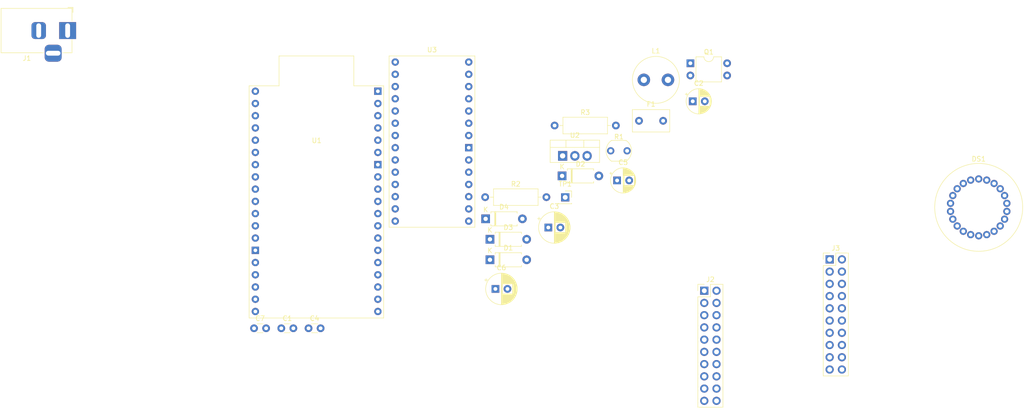
<source format=kicad_pcb>
(kicad_pcb (version 20171130) (host pcbnew "(5.1.10)-1")

  (general
    (thickness 1.6)
    (drawings 0)
    (tracks 0)
    (zones 0)
    (modules 25)
    (nets 70)
  )

  (page A4)
  (layers
    (0 F.Cu signal)
    (31 B.Cu signal)
    (32 B.Adhes user)
    (33 F.Adhes user)
    (34 B.Paste user)
    (35 F.Paste user)
    (36 B.SilkS user)
    (37 F.SilkS user)
    (38 B.Mask user)
    (39 F.Mask user)
    (40 Dwgs.User user)
    (41 Cmts.User user)
    (42 Eco1.User user)
    (43 Eco2.User user)
    (44 Edge.Cuts user)
    (45 Margin user)
    (46 B.CrtYd user)
    (47 F.CrtYd user)
    (48 B.Fab user)
    (49 F.Fab user)
  )

  (setup
    (last_trace_width 0.25)
    (trace_clearance 0.2)
    (zone_clearance 0.508)
    (zone_45_only no)
    (trace_min 0.2)
    (via_size 0.8)
    (via_drill 0.4)
    (via_min_size 0.4)
    (via_min_drill 0.3)
    (uvia_size 0.3)
    (uvia_drill 0.1)
    (uvias_allowed no)
    (uvia_min_size 0.2)
    (uvia_min_drill 0.1)
    (edge_width 0.05)
    (segment_width 0.2)
    (pcb_text_width 0.3)
    (pcb_text_size 1.5 1.5)
    (mod_edge_width 0.12)
    (mod_text_size 1 1)
    (mod_text_width 0.15)
    (pad_size 1.524 1.524)
    (pad_drill 0.762)
    (pad_to_mask_clearance 0)
    (aux_axis_origin 0 0)
    (visible_elements FFFFFF7F)
    (pcbplotparams
      (layerselection 0x010fc_ffffffff)
      (usegerberextensions false)
      (usegerberattributes true)
      (usegerberadvancedattributes true)
      (creategerberjobfile true)
      (excludeedgelayer true)
      (linewidth 0.100000)
      (plotframeref false)
      (viasonmask false)
      (mode 1)
      (useauxorigin false)
      (hpglpennumber 1)
      (hpglpenspeed 20)
      (hpglpendiameter 15.000000)
      (psnegative false)
      (psa4output false)
      (plotreference true)
      (plotvalue true)
      (plotinvisibletext false)
      (padsonsilk false)
      (subtractmaskfromsilk false)
      (outputformat 1)
      (mirror false)
      (drillshape 1)
      (scaleselection 1)
      (outputdirectory ""))
  )

  (net 0 "")
  (net 1 GND)
  (net 2 +9V)
  (net 3 VCC)
  (net 4 VBB)
  (net 5 "Net-(D1-Pad1)")
  (net 6 "Net-(D2-Pad2)")
  (net 7 "Net-(D3-Pad2)")
  (net 8 /dig_2)
  (net 9 /dig_4)
  (net 10 /dig_6)
  (net 11 /dig_7)
  (net 12 /dig_8)
  (net 13 /dig_5)
  (net 14 /dig_3)
  (net 15 /dig_1)
  (net 16 /dig_9)
  (net 17 /fil_v)
  (net 18 /seg_a)
  (net 19 /seg_f)
  (net 20 /seg_b)
  (net 21 /seg_g)
  (net 22 "Net-(DS1-Pad8)")
  (net 23 "Net-(DS1-Pad7)")
  (net 24 "Net-(DS1-Pad6)")
  (net 25 /seg_e)
  (net 26 /seg_c)
  (net 27 /seg_d)
  (net 28 /seg_h)
  (net 29 "Net-(F1-Pad2)")
  (net 30 "Net-(J2-Pad1)")
  (net 31 "Net-(J3-Pad1)")
  (net 32 /PWM)
  (net 33 /BRIGHTNESS)
  (net 34 +3V3)
  (net 35 /TOUCH)
  (net 36 "Net-(U1-PadJ3_3)")
  (net 37 "Net-(U1-PadJ3_6)")
  (net 38 "Net-(U1-PadJ3_2)")
  (net 39 /DIN)
  (net 40 "Net-(U1-PadJ3_5)")
  (net 41 "Net-(U1-PadJ3_4)")
  (net 42 /CLK)
  (net 43 /LOAD)
  (net 44 "Net-(U1-PadJ3_13)")
  (net 45 "Net-(U1-PadJ3_15)")
  (net 46 "Net-(U1-PadJ3_14)")
  (net 47 "Net-(U1-PadJ3_11)")
  (net 48 "Net-(U1-PadJ3_19)")
  (net 49 "Net-(U1-PadJ3_18)")
  (net 50 "Net-(U1-PadJ3_17)")
  (net 51 "Net-(U1-PadJ2_18)")
  (net 52 "Net-(U1-PadJ2_17)")
  (net 53 "Net-(U1-PadJ2_16)")
  (net 54 "Net-(U1-PadJ2_15)")
  (net 55 "Net-(U1-PadJ2_13)")
  (net 56 "Net-(U1-PadJ2_12)")
  (net 57 /BLANK)
  (net 58 "Net-(U1-PadJ2_10)")
  (net 59 "Net-(U1-PadJ2_9)")
  (net 60 "Net-(U1-PadJ2_8)")
  (net 61 "Net-(U1-PadJ2_6)")
  (net 62 "Net-(U1-PadJ2_5)")
  (net 63 "Net-(U1-PadJ2_4)")
  (net 64 "Net-(U1-PadJ2_3)")
  (net 65 "Net-(U1-PadJ2_2)")
  (net 66 "Net-(U3-Pad12)")
  (net 67 "Net-(U3-Pad11)")
  (net 68 "Net-(U3-Pad10)")
  (net 69 "Net-(U3-Pad9)")

  (net_class Default "This is the default net class."
    (clearance 0.2)
    (trace_width 0.25)
    (via_dia 0.8)
    (via_drill 0.4)
    (uvia_dia 0.3)
    (uvia_drill 0.1)
    (add_net +3V3)
    (add_net +9V)
    (add_net /BLANK)
    (add_net /BRIGHTNESS)
    (add_net /CLK)
    (add_net /DIN)
    (add_net /LOAD)
    (add_net /PWM)
    (add_net /TOUCH)
    (add_net /dig_1)
    (add_net /dig_2)
    (add_net /dig_3)
    (add_net /dig_4)
    (add_net /dig_5)
    (add_net /dig_6)
    (add_net /dig_7)
    (add_net /dig_8)
    (add_net /dig_9)
    (add_net /fil_v)
    (add_net /seg_a)
    (add_net /seg_b)
    (add_net /seg_c)
    (add_net /seg_d)
    (add_net /seg_e)
    (add_net /seg_f)
    (add_net /seg_g)
    (add_net /seg_h)
    (add_net GND)
    (add_net "Net-(D1-Pad1)")
    (add_net "Net-(D2-Pad2)")
    (add_net "Net-(D3-Pad2)")
    (add_net "Net-(DS1-Pad6)")
    (add_net "Net-(DS1-Pad7)")
    (add_net "Net-(DS1-Pad8)")
    (add_net "Net-(F1-Pad2)")
    (add_net "Net-(J2-Pad1)")
    (add_net "Net-(J3-Pad1)")
    (add_net "Net-(U1-PadJ2_10)")
    (add_net "Net-(U1-PadJ2_12)")
    (add_net "Net-(U1-PadJ2_13)")
    (add_net "Net-(U1-PadJ2_15)")
    (add_net "Net-(U1-PadJ2_16)")
    (add_net "Net-(U1-PadJ2_17)")
    (add_net "Net-(U1-PadJ2_18)")
    (add_net "Net-(U1-PadJ2_2)")
    (add_net "Net-(U1-PadJ2_3)")
    (add_net "Net-(U1-PadJ2_4)")
    (add_net "Net-(U1-PadJ2_5)")
    (add_net "Net-(U1-PadJ2_6)")
    (add_net "Net-(U1-PadJ2_8)")
    (add_net "Net-(U1-PadJ2_9)")
    (add_net "Net-(U1-PadJ3_11)")
    (add_net "Net-(U1-PadJ3_13)")
    (add_net "Net-(U1-PadJ3_14)")
    (add_net "Net-(U1-PadJ3_15)")
    (add_net "Net-(U1-PadJ3_17)")
    (add_net "Net-(U1-PadJ3_18)")
    (add_net "Net-(U1-PadJ3_19)")
    (add_net "Net-(U1-PadJ3_2)")
    (add_net "Net-(U1-PadJ3_3)")
    (add_net "Net-(U1-PadJ3_4)")
    (add_net "Net-(U1-PadJ3_5)")
    (add_net "Net-(U1-PadJ3_6)")
    (add_net "Net-(U3-Pad10)")
    (add_net "Net-(U3-Pad11)")
    (add_net "Net-(U3-Pad12)")
    (add_net "Net-(U3-Pad9)")
    (add_net VBB)
    (add_net VCC)
  )

  (module callisto:MAX6921AUI+ (layer F.Cu) (tedit 610D99C1) (tstamp 6111DE91)
    (at 109.545 67.315)
    (path /61130460)
    (fp_text reference U3 (at 0 -20.32) (layer F.SilkS)
      (effects (font (size 1 1) (thickness 0.15)))
    )
    (fp_text value MAX6921AUI+ (at 0 -21.59) (layer F.Fab)
      (effects (font (size 1 1) (thickness 0.15)))
    )
    (fp_line (start 8.89 -19.05) (end -8.89 -19.05) (layer F.SilkS) (width 0.12))
    (fp_line (start 8.89 16.51) (end 8.89 -19.05) (layer F.SilkS) (width 0.12))
    (fp_line (start -8.89 16.51) (end 8.89 16.51) (layer F.SilkS) (width 0.12))
    (fp_line (start -8.89 16.51) (end -8.89 -19.05) (layer F.SilkS) (width 0.12))
    (pad 28 thru_hole circle (at 7.62 -17.78) (size 1.524 1.524) (drill 0.762) (layers *.Cu *.Mask)
      (net 19 /seg_f))
    (pad 27 thru_hole circle (at 7.62 -15.24) (size 1.524 1.524) (drill 0.762) (layers *.Cu *.Mask)
      (net 21 /seg_g))
    (pad 26 thru_hole circle (at 7.62 -12.7) (size 1.524 1.524) (drill 0.762) (layers *.Cu *.Mask)
      (net 28 /seg_h))
    (pad 25 thru_hole circle (at 7.62 -10.16) (size 1.524 1.524) (drill 0.762) (layers *.Cu *.Mask)
      (net 15 /dig_1))
    (pad 24 thru_hole circle (at 7.62 -7.62) (size 1.524 1.524) (drill 0.762) (layers *.Cu *.Mask)
      (net 8 /dig_2))
    (pad 23 thru_hole circle (at 7.62 -5.08) (size 1.524 1.524) (drill 0.762) (layers *.Cu *.Mask)
      (net 43 /LOAD))
    (pad 22 thru_hole circle (at 7.62 -2.54) (size 1.524 1.524) (drill 0.762) (layers *.Cu *.Mask)
      (net 42 /CLK))
    (pad 21 thru_hole rect (at 7.62 0) (size 1.524 1.524) (drill 0.762) (layers *.Cu *.Mask)
      (net 1 GND))
    (pad 20 thru_hole circle (at 7.62 2.54) (size 1.524 1.524) (drill 0.762) (layers *.Cu *.Mask)
      (net 57 /BLANK))
    (pad 19 thru_hole circle (at 7.62 5.08) (size 1.524 1.524) (drill 0.762) (layers *.Cu *.Mask)
      (net 14 /dig_3))
    (pad 18 thru_hole circle (at 7.62 7.62) (size 1.524 1.524) (drill 0.762) (layers *.Cu *.Mask)
      (net 9 /dig_4))
    (pad 17 thru_hole circle (at 7.62 10.16) (size 1.524 1.524) (drill 0.762) (layers *.Cu *.Mask)
      (net 13 /dig_5))
    (pad 16 thru_hole circle (at 7.62 12.7) (size 1.524 1.524) (drill 0.762) (layers *.Cu *.Mask)
      (net 10 /dig_6))
    (pad 15 thru_hole circle (at 7.62 15.24) (size 1.524 1.524) (drill 0.762) (layers *.Cu *.Mask)
      (net 11 /dig_7))
    (pad 14 thru_hole circle (at -7.62 15.24) (size 1.524 1.524) (drill 0.762) (layers *.Cu *.Mask)
      (net 12 /dig_8))
    (pad 13 thru_hole circle (at -7.62 12.7) (size 1.524 1.524) (drill 0.762) (layers *.Cu *.Mask)
      (net 16 /dig_9))
    (pad 12 thru_hole circle (at -7.62 10.16) (size 1.524 1.524) (drill 0.762) (layers *.Cu *.Mask)
      (net 66 "Net-(U3-Pad12)"))
    (pad 11 thru_hole circle (at -7.62 7.62) (size 1.524 1.524) (drill 0.762) (layers *.Cu *.Mask)
      (net 67 "Net-(U3-Pad11)"))
    (pad 10 thru_hole circle (at -7.62 5.08) (size 1.524 1.524) (drill 0.762) (layers *.Cu *.Mask)
      (net 68 "Net-(U3-Pad10)"))
    (pad 9 thru_hole circle (at -7.62 2.54) (size 1.524 1.524) (drill 0.762) (layers *.Cu *.Mask)
      (net 69 "Net-(U3-Pad9)"))
    (pad 8 thru_hole circle (at -7.62 0) (size 1.524 1.524) (drill 0.762) (layers *.Cu *.Mask)
      (net 4 VBB))
    (pad 7 thru_hole circle (at -7.62 -2.54) (size 1.524 1.524) (drill 0.762) (layers *.Cu *.Mask)
      (net 3 VCC))
    (pad 6 thru_hole circle (at -7.62 -5.08) (size 1.524 1.524) (drill 0.762) (layers *.Cu *.Mask)
      (net 39 /DIN))
    (pad 5 thru_hole circle (at -7.62 -7.62) (size 1.524 1.524) (drill 0.762) (layers *.Cu *.Mask)
      (net 18 /seg_a))
    (pad 4 thru_hole circle (at -7.62 -10.16) (size 1.524 1.524) (drill 0.762) (layers *.Cu *.Mask)
      (net 20 /seg_b))
    (pad 3 thru_hole circle (at -7.62 -12.7) (size 1.524 1.524) (drill 0.762) (layers *.Cu *.Mask)
      (net 26 /seg_c))
    (pad 2 thru_hole circle (at -7.62 -15.24) (size 1.524 1.524) (drill 0.762) (layers *.Cu *.Mask)
      (net 27 /seg_d))
    (pad 1 thru_hole circle (at -7.62 -17.78) (size 1.524 1.524) (drill 0.762) (layers *.Cu *.Mask)
      (net 25 /seg_e))
  )

  (module Package_TO_SOT_THT:TO-220-3_Vertical (layer F.Cu) (tedit 5AC8BA0D) (tstamp 6111DE6D)
    (at 136.63 69.01)
    (descr "TO-220-3, Vertical, RM 2.54mm, see https://www.vishay.com/docs/66542/to-220-1.pdf")
    (tags "TO-220-3 Vertical RM 2.54mm")
    (path /610DA2CA)
    (fp_text reference U2 (at 2.54 -4.27) (layer F.SilkS)
      (effects (font (size 1 1) (thickness 0.15)))
    )
    (fp_text value L7805 (at 2.54 2.5) (layer F.Fab)
      (effects (font (size 1 1) (thickness 0.15)))
    )
    (fp_text user %R (at 2.54 -4.27) (layer F.Fab)
      (effects (font (size 1 1) (thickness 0.15)))
    )
    (fp_line (start -2.46 -3.15) (end -2.46 1.25) (layer F.Fab) (width 0.1))
    (fp_line (start -2.46 1.25) (end 7.54 1.25) (layer F.Fab) (width 0.1))
    (fp_line (start 7.54 1.25) (end 7.54 -3.15) (layer F.Fab) (width 0.1))
    (fp_line (start 7.54 -3.15) (end -2.46 -3.15) (layer F.Fab) (width 0.1))
    (fp_line (start -2.46 -1.88) (end 7.54 -1.88) (layer F.Fab) (width 0.1))
    (fp_line (start 0.69 -3.15) (end 0.69 -1.88) (layer F.Fab) (width 0.1))
    (fp_line (start 4.39 -3.15) (end 4.39 -1.88) (layer F.Fab) (width 0.1))
    (fp_line (start -2.58 -3.27) (end 7.66 -3.27) (layer F.SilkS) (width 0.12))
    (fp_line (start -2.58 1.371) (end 7.66 1.371) (layer F.SilkS) (width 0.12))
    (fp_line (start -2.58 -3.27) (end -2.58 1.371) (layer F.SilkS) (width 0.12))
    (fp_line (start 7.66 -3.27) (end 7.66 1.371) (layer F.SilkS) (width 0.12))
    (fp_line (start -2.58 -1.76) (end 7.66 -1.76) (layer F.SilkS) (width 0.12))
    (fp_line (start 0.69 -3.27) (end 0.69 -1.76) (layer F.SilkS) (width 0.12))
    (fp_line (start 4.391 -3.27) (end 4.391 -1.76) (layer F.SilkS) (width 0.12))
    (fp_line (start -2.71 -3.4) (end -2.71 1.51) (layer F.CrtYd) (width 0.05))
    (fp_line (start -2.71 1.51) (end 7.79 1.51) (layer F.CrtYd) (width 0.05))
    (fp_line (start 7.79 1.51) (end 7.79 -3.4) (layer F.CrtYd) (width 0.05))
    (fp_line (start 7.79 -3.4) (end -2.71 -3.4) (layer F.CrtYd) (width 0.05))
    (pad 3 thru_hole oval (at 5.08 0) (size 1.905 2) (drill 1.1) (layers *.Cu *.Mask)
      (net 3 VCC))
    (pad 2 thru_hole oval (at 2.54 0) (size 1.905 2) (drill 1.1) (layers *.Cu *.Mask)
      (net 1 GND))
    (pad 1 thru_hole rect (at 0 0) (size 1.905 2) (drill 1.1) (layers *.Cu *.Mask)
      (net 2 +9V))
    (model ${KISYS3DMOD}/Package_TO_SOT_THT.3dshapes/TO-220-3_Vertical.wrl
      (at (xyz 0 0 0))
      (scale (xyz 1 1 1))
      (rotate (xyz 0 0 0))
    )
  )

  (module "callisto:ESP32 DevKitC" (layer F.Cu) (tedit 610D9A4E) (tstamp 6111DE53)
    (at 85.635 77.255)
    (path /611148C9)
    (fp_text reference U1 (at 0 -11.43) (layer F.SilkS)
      (effects (font (size 1 1) (thickness 0.15)))
    )
    (fp_text value ESP32-DevKitC (at 0 -13.2) (layer F.Fab)
      (effects (font (size 1 1) (thickness 0.15)))
    )
    (fp_line (start 7.7 -28.99) (end -7.8 -28.99) (layer F.SilkS) (width 0.12))
    (fp_line (start 7.7 -22.79) (end 7.7 -28.99) (layer F.SilkS) (width 0.12))
    (fp_line (start 13.9 -22.79) (end 7.7 -22.79) (layer F.SilkS) (width 0.12))
    (fp_line (start 13.9 25.41) (end 13.9 -22.79) (layer F.SilkS) (width 0.12))
    (fp_line (start -14 25.41) (end 13.9 25.41) (layer F.SilkS) (width 0.12))
    (fp_line (start -14 -22.79) (end -14 25.41) (layer F.SilkS) (width 0.12))
    (fp_line (start -7.8 -22.79) (end -14 -22.79) (layer F.SilkS) (width 0.12))
    (fp_line (start -7.8 -28.99) (end -7.8 -22.79) (layer F.SilkS) (width 0.12))
    (pad J3_7 thru_hole rect (at 12.69 -6.421) (size 1.524 1.524) (drill 0.762) (layers *.Cu *.Mask)
      (net 1 GND))
    (pad J3_1 thru_hole rect (at 12.69 -21.661) (size 1.524 1.524) (drill 0.762) (layers *.Cu *.Mask)
      (net 1 GND))
    (pad J3_3 thru_hole circle (at 12.69 -16.581 90) (size 1.524 1.524) (drill 0.762) (layers *.Cu *.Mask)
      (net 36 "Net-(U1-PadJ3_3)"))
    (pad J3_6 thru_hole circle (at 12.69 -8.961) (size 1.524 1.524) (drill 0.762) (layers *.Cu *.Mask)
      (net 37 "Net-(U1-PadJ3_6)"))
    (pad J3_2 thru_hole circle (at 12.69 -19.121 180) (size 1.524 1.524) (drill 0.762) (layers *.Cu *.Mask)
      (net 38 "Net-(U1-PadJ3_2)"))
    (pad J3_8 thru_hole circle (at 12.69 -3.881) (size 1.524 1.524) (drill 0.762) (layers *.Cu *.Mask)
      (net 39 /DIN))
    (pad J3_5 thru_hole circle (at 12.69 -11.501) (size 1.524 1.524) (drill 0.762) (layers *.Cu *.Mask)
      (net 40 "Net-(U1-PadJ3_5)"))
    (pad J3_4 thru_hole circle (at 12.69 -14.041) (size 1.524 1.524) (drill 0.762) (layers *.Cu *.Mask)
      (net 41 "Net-(U1-PadJ3_4)"))
    (pad J3_9 thru_hole circle (at 12.69 -1.341) (size 1.524 1.524) (drill 0.762) (layers *.Cu *.Mask)
      (net 42 /CLK))
    (pad J3_10 thru_hole circle (at 12.69 1.199) (size 1.524 1.524) (drill 0.762) (layers *.Cu *.Mask)
      (net 43 /LOAD))
    (pad J3_13 thru_hole circle (at 12.69 8.819) (size 1.524 1.524) (drill 0.762) (layers *.Cu *.Mask)
      (net 44 "Net-(U1-PadJ3_13)"))
    (pad J3_15 thru_hole circle (at 12.69 13.899) (size 1.524 1.524) (drill 0.762) (layers *.Cu *.Mask)
      (net 45 "Net-(U1-PadJ3_15)"))
    (pad J3_14 thru_hole circle (at 12.69 11.359) (size 1.524 1.524) (drill 0.762) (layers *.Cu *.Mask)
      (net 46 "Net-(U1-PadJ3_14)"))
    (pad J3_12 thru_hole circle (at 12.69 6.279) (size 1.524 1.524) (drill 0.762) (layers *.Cu *.Mask)
      (net 32 /PWM))
    (pad J3_11 thru_hole circle (at 12.69 3.739) (size 1.524 1.524) (drill 0.762) (layers *.Cu *.Mask)
      (net 47 "Net-(U1-PadJ3_11)"))
    (pad J3_19 thru_hole circle (at 12.69 24.059) (size 1.524 1.524) (drill 0.762) (layers *.Cu *.Mask)
      (net 48 "Net-(U1-PadJ3_19)"))
    (pad J3_18 thru_hole circle (at 12.69 21.519) (size 1.524 1.524) (drill 0.762) (layers *.Cu *.Mask)
      (net 49 "Net-(U1-PadJ3_18)"))
    (pad J3_17 thru_hole circle (at 12.69 18.979) (size 1.524 1.524) (drill 0.762) (layers *.Cu *.Mask)
      (net 50 "Net-(U1-PadJ3_17)"))
    (pad J3_16 thru_hole circle (at 12.69 16.439) (size 1.524 1.524) (drill 0.762) (layers *.Cu *.Mask)
      (net 35 /TOUCH))
    (pad J2_19 thru_hole circle (at -12.71 24.059) (size 1.524 1.524) (drill 0.762) (layers *.Cu *.Mask)
      (net 5 "Net-(D1-Pad1)"))
    (pad J2_18 thru_hole circle (at -12.71 21.519) (size 1.524 1.524) (drill 0.762) (layers *.Cu *.Mask)
      (net 51 "Net-(U1-PadJ2_18)"))
    (pad J2_17 thru_hole circle (at -12.71 18.979) (size 1.524 1.524) (drill 0.762) (layers *.Cu *.Mask)
      (net 52 "Net-(U1-PadJ2_17)"))
    (pad J2_16 thru_hole circle (at -12.71 16.439) (size 1.524 1.524) (drill 0.762) (layers *.Cu *.Mask)
      (net 53 "Net-(U1-PadJ2_16)"))
    (pad J2_15 thru_hole circle (at -12.71 13.899) (size 1.524 1.524) (drill 0.762) (layers *.Cu *.Mask)
      (net 54 "Net-(U1-PadJ2_15)"))
    (pad J2_14 thru_hole rect (at -12.71 11.359) (size 1.524 1.524) (drill 0.762) (layers *.Cu *.Mask)
      (net 1 GND))
    (pad J2_13 thru_hole circle (at -12.71 8.819) (size 1.524 1.524) (drill 0.762) (layers *.Cu *.Mask)
      (net 55 "Net-(U1-PadJ2_13)"))
    (pad J2_12 thru_hole circle (at -12.71 6.279) (size 1.524 1.524) (drill 0.762) (layers *.Cu *.Mask)
      (net 56 "Net-(U1-PadJ2_12)"))
    (pad J2_11 thru_hole circle (at -12.71 3.739) (size 1.524 1.524) (drill 0.762) (layers *.Cu *.Mask)
      (net 57 /BLANK))
    (pad J2_10 thru_hole circle (at -12.71 1.199) (size 1.524 1.524) (drill 0.762) (layers *.Cu *.Mask)
      (net 58 "Net-(U1-PadJ2_10)"))
    (pad J2_9 thru_hole circle (at -12.71 -1.341) (size 1.524 1.524) (drill 0.762) (layers *.Cu *.Mask)
      (net 59 "Net-(U1-PadJ2_9)"))
    (pad J2_8 thru_hole circle (at -12.71 -3.881) (size 1.524 1.524) (drill 0.762) (layers *.Cu *.Mask)
      (net 60 "Net-(U1-PadJ2_8)"))
    (pad J2_7 thru_hole circle (at -12.71 -6.421) (size 1.524 1.524) (drill 0.762) (layers *.Cu *.Mask)
      (net 33 /BRIGHTNESS))
    (pad J2_6 thru_hole circle (at -12.71 -8.961) (size 1.524 1.524) (drill 0.762) (layers *.Cu *.Mask)
      (net 61 "Net-(U1-PadJ2_6)"))
    (pad J2_5 thru_hole circle (at -12.71 -11.501) (size 1.524 1.524) (drill 0.762) (layers *.Cu *.Mask)
      (net 62 "Net-(U1-PadJ2_5)"))
    (pad J2_4 thru_hole circle (at -12.71 -14.041) (size 1.524 1.524) (drill 0.762) (layers *.Cu *.Mask)
      (net 63 "Net-(U1-PadJ2_4)"))
    (pad J2_3 thru_hole circle (at -12.71 -16.581) (size 1.524 1.524) (drill 0.762) (layers *.Cu *.Mask)
      (net 64 "Net-(U1-PadJ2_3)"))
    (pad J2_2 thru_hole circle (at -12.71 -19.121 180) (size 1.524 1.524) (drill 0.762) (layers *.Cu *.Mask)
      (net 65 "Net-(U1-PadJ2_2)"))
    (pad J2_1 thru_hole circle (at -12.71 -21.661) (size 1.524 1.524) (drill 0.762) (layers *.Cu *.Mask)
      (net 34 +3V3))
  )

  (module Connector_PinSocket_2.54mm:PinSocket_1x01_P2.54mm_Vertical (layer F.Cu) (tedit 5A19A434) (tstamp 6111DE21)
    (at 137.17 77.62)
    (descr "Through hole straight socket strip, 1x01, 2.54mm pitch, single row (from Kicad 4.0.7), script generated")
    (tags "Through hole socket strip THT 1x01 2.54mm single row")
    (path /6127E8D1)
    (fp_text reference TP1 (at 0 -2.77) (layer F.SilkS)
      (effects (font (size 1 1) (thickness 0.15)))
    )
    (fp_text value Touchpad (at 0 2.77) (layer F.Fab)
      (effects (font (size 1 1) (thickness 0.15)))
    )
    (fp_text user %R (at 0 0) (layer F.Fab)
      (effects (font (size 1 1) (thickness 0.15)))
    )
    (fp_line (start -1.27 -1.27) (end 0.635 -1.27) (layer F.Fab) (width 0.1))
    (fp_line (start 0.635 -1.27) (end 1.27 -0.635) (layer F.Fab) (width 0.1))
    (fp_line (start 1.27 -0.635) (end 1.27 1.27) (layer F.Fab) (width 0.1))
    (fp_line (start 1.27 1.27) (end -1.27 1.27) (layer F.Fab) (width 0.1))
    (fp_line (start -1.27 1.27) (end -1.27 -1.27) (layer F.Fab) (width 0.1))
    (fp_line (start -1.33 1.33) (end 1.33 1.33) (layer F.SilkS) (width 0.12))
    (fp_line (start -1.33 1.21) (end -1.33 1.33) (layer F.SilkS) (width 0.12))
    (fp_line (start 1.33 1.21) (end 1.33 1.33) (layer F.SilkS) (width 0.12))
    (fp_line (start 1.33 -1.33) (end 1.33 0) (layer F.SilkS) (width 0.12))
    (fp_line (start 0 -1.33) (end 1.33 -1.33) (layer F.SilkS) (width 0.12))
    (fp_line (start -1.8 -1.8) (end 1.75 -1.8) (layer F.CrtYd) (width 0.05))
    (fp_line (start 1.75 -1.8) (end 1.75 1.75) (layer F.CrtYd) (width 0.05))
    (fp_line (start 1.75 1.75) (end -1.8 1.75) (layer F.CrtYd) (width 0.05))
    (fp_line (start -1.8 1.75) (end -1.8 -1.8) (layer F.CrtYd) (width 0.05))
    (pad 1 thru_hole rect (at 0 0) (size 1.7 1.7) (drill 1) (layers *.Cu *.Mask)
      (net 35 /TOUCH))
    (model ${KISYS3DMOD}/Connector_PinSocket_2.54mm.3dshapes/PinSocket_1x01_P2.54mm_Vertical.wrl
      (at (xyz 0 0 0))
      (scale (xyz 1 1 1))
      (rotate (xyz 0 0 0))
    )
  )

  (module Resistor_THT:R_Axial_DIN0309_L9.0mm_D3.2mm_P12.70mm_Horizontal (layer F.Cu) (tedit 5AE5139B) (tstamp 6111DE0D)
    (at 134.97 62.71)
    (descr "Resistor, Axial_DIN0309 series, Axial, Horizontal, pin pitch=12.7mm, 0.5W = 1/2W, length*diameter=9*3.2mm^2, http://cdn-reichelt.de/documents/datenblatt/B400/1_4W%23YAG.pdf")
    (tags "Resistor Axial_DIN0309 series Axial Horizontal pin pitch 12.7mm 0.5W = 1/2W length 9mm diameter 3.2mm")
    (path /610C9DA0)
    (fp_text reference R3 (at 6.35 -2.72) (layer F.SilkS)
      (effects (font (size 1 1) (thickness 0.15)))
    )
    (fp_text value 22 (at 6.35 2.72) (layer F.Fab)
      (effects (font (size 1 1) (thickness 0.15)))
    )
    (fp_text user %R (at 6.35 0) (layer F.Fab)
      (effects (font (size 1 1) (thickness 0.15)))
    )
    (fp_line (start 1.85 -1.6) (end 1.85 1.6) (layer F.Fab) (width 0.1))
    (fp_line (start 1.85 1.6) (end 10.85 1.6) (layer F.Fab) (width 0.1))
    (fp_line (start 10.85 1.6) (end 10.85 -1.6) (layer F.Fab) (width 0.1))
    (fp_line (start 10.85 -1.6) (end 1.85 -1.6) (layer F.Fab) (width 0.1))
    (fp_line (start 0 0) (end 1.85 0) (layer F.Fab) (width 0.1))
    (fp_line (start 12.7 0) (end 10.85 0) (layer F.Fab) (width 0.1))
    (fp_line (start 1.73 -1.72) (end 1.73 1.72) (layer F.SilkS) (width 0.12))
    (fp_line (start 1.73 1.72) (end 10.97 1.72) (layer F.SilkS) (width 0.12))
    (fp_line (start 10.97 1.72) (end 10.97 -1.72) (layer F.SilkS) (width 0.12))
    (fp_line (start 10.97 -1.72) (end 1.73 -1.72) (layer F.SilkS) (width 0.12))
    (fp_line (start 1.04 0) (end 1.73 0) (layer F.SilkS) (width 0.12))
    (fp_line (start 11.66 0) (end 10.97 0) (layer F.SilkS) (width 0.12))
    (fp_line (start -1.05 -1.85) (end -1.05 1.85) (layer F.CrtYd) (width 0.05))
    (fp_line (start -1.05 1.85) (end 13.75 1.85) (layer F.CrtYd) (width 0.05))
    (fp_line (start 13.75 1.85) (end 13.75 -1.85) (layer F.CrtYd) (width 0.05))
    (fp_line (start 13.75 -1.85) (end -1.05 -1.85) (layer F.CrtYd) (width 0.05))
    (pad 2 thru_hole oval (at 12.7 0) (size 1.6 1.6) (drill 0.8) (layers *.Cu *.Mask)
      (net 17 /fil_v))
    (pad 1 thru_hole circle (at 0 0) (size 1.6 1.6) (drill 0.8) (layers *.Cu *.Mask)
      (net 3 VCC))
    (model ${KISYS3DMOD}/Resistor_THT.3dshapes/R_Axial_DIN0309_L9.0mm_D3.2mm_P12.70mm_Horizontal.wrl
      (at (xyz 0 0 0))
      (scale (xyz 1 1 1))
      (rotate (xyz 0 0 0))
    )
  )

  (module Resistor_THT:R_Axial_DIN0309_L9.0mm_D3.2mm_P12.70mm_Horizontal (layer F.Cu) (tedit 5AE5139B) (tstamp 6111DDF6)
    (at 120.57 77.58)
    (descr "Resistor, Axial_DIN0309 series, Axial, Horizontal, pin pitch=12.7mm, 0.5W = 1/2W, length*diameter=9*3.2mm^2, http://cdn-reichelt.de/documents/datenblatt/B400/1_4W%23YAG.pdf")
    (tags "Resistor Axial_DIN0309 series Axial Horizontal pin pitch 12.7mm 0.5W = 1/2W length 9mm diameter 3.2mm")
    (path /6111821C)
    (fp_text reference R2 (at 6.35 -2.72) (layer F.SilkS)
      (effects (font (size 1 1) (thickness 0.15)))
    )
    (fp_text value 10K (at 6.35 2.72) (layer F.Fab)
      (effects (font (size 1 1) (thickness 0.15)))
    )
    (fp_text user %R (at 6.35 0) (layer F.Fab)
      (effects (font (size 1 1) (thickness 0.15)))
    )
    (fp_line (start 1.85 -1.6) (end 1.85 1.6) (layer F.Fab) (width 0.1))
    (fp_line (start 1.85 1.6) (end 10.85 1.6) (layer F.Fab) (width 0.1))
    (fp_line (start 10.85 1.6) (end 10.85 -1.6) (layer F.Fab) (width 0.1))
    (fp_line (start 10.85 -1.6) (end 1.85 -1.6) (layer F.Fab) (width 0.1))
    (fp_line (start 0 0) (end 1.85 0) (layer F.Fab) (width 0.1))
    (fp_line (start 12.7 0) (end 10.85 0) (layer F.Fab) (width 0.1))
    (fp_line (start 1.73 -1.72) (end 1.73 1.72) (layer F.SilkS) (width 0.12))
    (fp_line (start 1.73 1.72) (end 10.97 1.72) (layer F.SilkS) (width 0.12))
    (fp_line (start 10.97 1.72) (end 10.97 -1.72) (layer F.SilkS) (width 0.12))
    (fp_line (start 10.97 -1.72) (end 1.73 -1.72) (layer F.SilkS) (width 0.12))
    (fp_line (start 1.04 0) (end 1.73 0) (layer F.SilkS) (width 0.12))
    (fp_line (start 11.66 0) (end 10.97 0) (layer F.SilkS) (width 0.12))
    (fp_line (start -1.05 -1.85) (end -1.05 1.85) (layer F.CrtYd) (width 0.05))
    (fp_line (start -1.05 1.85) (end 13.75 1.85) (layer F.CrtYd) (width 0.05))
    (fp_line (start 13.75 1.85) (end 13.75 -1.85) (layer F.CrtYd) (width 0.05))
    (fp_line (start 13.75 -1.85) (end -1.05 -1.85) (layer F.CrtYd) (width 0.05))
    (pad 2 thru_hole oval (at 12.7 0) (size 1.6 1.6) (drill 0.8) (layers *.Cu *.Mask)
      (net 1 GND))
    (pad 1 thru_hole circle (at 0 0) (size 1.6 1.6) (drill 0.8) (layers *.Cu *.Mask)
      (net 33 /BRIGHTNESS))
    (model ${KISYS3DMOD}/Resistor_THT.3dshapes/R_Axial_DIN0309_L9.0mm_D3.2mm_P12.70mm_Horizontal.wrl
      (at (xyz 0 0 0))
      (scale (xyz 1 1 1))
      (rotate (xyz 0 0 0))
    )
  )

  (module OptoDevice:R_LDR_5.1x4.3mm_P3.4mm_Vertical (layer F.Cu) (tedit 5B8603DB) (tstamp 6111DDDF)
    (at 146.6 67.96)
    (descr "Resistor, LDR 5.1x3.4mm, see http://yourduino.com/docs/Photoresistor-5516-datasheet.pdf")
    (tags "Resistor LDR5.1x3.4mm")
    (path /610FCE04)
    (fp_text reference R1 (at 1.7 -2.9) (layer F.SilkS)
      (effects (font (size 1 1) (thickness 0.15)))
    )
    (fp_text value LDR07 (at 1.5 3) (layer F.Fab)
      (effects (font (size 1 1) (thickness 0.15)))
    )
    (fp_arc (start 1.7 0) (end 0.2 2.1) (angle 109) (layer F.Fab) (width 0.1))
    (fp_arc (start 1.7 0) (end 3.2 -2.1) (angle 109) (layer F.Fab) (width 0.1))
    (fp_arc (start 1.7 0) (end 3.2 -2.15) (angle 109) (layer F.SilkS) (width 0.12))
    (fp_arc (start 1.7 0) (end 0.15 2.15) (angle 109) (layer F.SilkS) (width 0.12))
    (fp_text user %R (at 1.7 -2.9) (layer F.Fab)
      (effects (font (size 1 1) (thickness 0.15)))
    )
    (fp_line (start 0.15 2.15) (end 3.2 2.15) (layer F.SilkS) (width 0.12))
    (fp_line (start 0.15 -2.15) (end 3.2 -2.15) (layer F.SilkS) (width 0.12))
    (fp_line (start 1 0) (end 2.3 0) (layer F.Fab) (width 0.1))
    (fp_line (start 2.3 0) (end 2.3 -0.6) (layer F.Fab) (width 0.1))
    (fp_line (start 2.3 -0.6) (end 0.8 -0.6) (layer F.Fab) (width 0.1))
    (fp_line (start 2.6 0.6) (end 1 0.6) (layer F.Fab) (width 0.1))
    (fp_line (start 0.8 -1.8) (end 2.6 -1.8) (layer F.Fab) (width 0.1))
    (fp_line (start 2.6 -1.8) (end 2.6 -1.2) (layer F.Fab) (width 0.1))
    (fp_line (start 2.6 -1.2) (end 0.8 -1.2) (layer F.Fab) (width 0.1))
    (fp_line (start 0.8 -1.2) (end 0.8 -0.6) (layer F.Fab) (width 0.1))
    (fp_line (start 1 0) (end 1 0.6) (layer F.Fab) (width 0.1))
    (fp_line (start 2.6 0.6) (end 2.6 1.2) (layer F.Fab) (width 0.1))
    (fp_line (start 2.6 1.2) (end 0.8 1.2) (layer F.Fab) (width 0.1))
    (fp_line (start 0.8 1.2) (end 0.8 1.8) (layer F.Fab) (width 0.1))
    (fp_line (start 0.8 1.8) (end 2.6 1.8) (layer F.Fab) (width 0.1))
    (fp_line (start 3.2 2.1) (end 0.2 2.1) (layer F.Fab) (width 0.1))
    (fp_line (start 0.2 -2.1) (end 3.2 -2.1) (layer F.Fab) (width 0.1))
    (fp_line (start -1.13 -2.35) (end 4.53 -2.35) (layer F.CrtYd) (width 0.05))
    (fp_line (start -1.13 -2.35) (end -1.13 2.35) (layer F.CrtYd) (width 0.05))
    (fp_line (start 4.53 2.35) (end 4.53 -2.35) (layer F.CrtYd) (width 0.05))
    (fp_line (start 4.53 2.35) (end -1.13 2.35) (layer F.CrtYd) (width 0.05))
    (pad 2 thru_hole circle (at 3.4 0) (size 1.5 1.5) (drill 0.8) (layers *.Cu *.Mask)
      (net 33 /BRIGHTNESS))
    (pad 1 thru_hole circle (at 0 0) (size 1.5 1.5) (drill 0.8) (layers *.Cu *.Mask)
      (net 34 +3V3))
    (model ${KISYS3DMOD}/OptoDevice.3dshapes/R_LDR_5.1x4.3mm_P3.4mm_Vertical.wrl
      (at (xyz 0 0 0))
      (scale (xyz 1 1 1))
      (rotate (xyz 0 0 0))
    )
  )

  (module Package_DIP:DIP-4_W7.62mm (layer F.Cu) (tedit 5A02E8C5) (tstamp 6111DDBF)
    (at 163.12 49.78)
    (descr "4-lead though-hole mounted DIP package, row spacing 7.62 mm (300 mils)")
    (tags "THT DIP DIL PDIP 2.54mm 7.62mm 300mil")
    (path /610B7B00)
    (fp_text reference Q1 (at 3.81 -2.33) (layer F.SilkS)
      (effects (font (size 1 1) (thickness 0.15)))
    )
    (fp_text value Q_NMOS_DGS (at 3.81 4.87) (layer F.Fab)
      (effects (font (size 1 1) (thickness 0.15)))
    )
    (fp_text user %R (at 3.81 1.27) (layer F.Fab)
      (effects (font (size 1 1) (thickness 0.15)))
    )
    (fp_arc (start 3.81 -1.33) (end 2.81 -1.33) (angle -180) (layer F.SilkS) (width 0.12))
    (fp_line (start 1.635 -1.27) (end 6.985 -1.27) (layer F.Fab) (width 0.1))
    (fp_line (start 6.985 -1.27) (end 6.985 3.81) (layer F.Fab) (width 0.1))
    (fp_line (start 6.985 3.81) (end 0.635 3.81) (layer F.Fab) (width 0.1))
    (fp_line (start 0.635 3.81) (end 0.635 -0.27) (layer F.Fab) (width 0.1))
    (fp_line (start 0.635 -0.27) (end 1.635 -1.27) (layer F.Fab) (width 0.1))
    (fp_line (start 2.81 -1.33) (end 1.16 -1.33) (layer F.SilkS) (width 0.12))
    (fp_line (start 1.16 -1.33) (end 1.16 3.87) (layer F.SilkS) (width 0.12))
    (fp_line (start 1.16 3.87) (end 6.46 3.87) (layer F.SilkS) (width 0.12))
    (fp_line (start 6.46 3.87) (end 6.46 -1.33) (layer F.SilkS) (width 0.12))
    (fp_line (start 6.46 -1.33) (end 4.81 -1.33) (layer F.SilkS) (width 0.12))
    (fp_line (start -1.1 -1.55) (end -1.1 4.1) (layer F.CrtYd) (width 0.05))
    (fp_line (start -1.1 4.1) (end 8.7 4.1) (layer F.CrtYd) (width 0.05))
    (fp_line (start 8.7 4.1) (end 8.7 -1.55) (layer F.CrtYd) (width 0.05))
    (fp_line (start 8.7 -1.55) (end -1.1 -1.55) (layer F.CrtYd) (width 0.05))
    (pad 4 thru_hole oval (at 7.62 0) (size 1.6 1.6) (drill 0.8) (layers *.Cu *.Mask))
    (pad 2 thru_hole oval (at 0 2.54) (size 1.6 1.6) (drill 0.8) (layers *.Cu *.Mask)
      (net 32 /PWM))
    (pad 3 thru_hole oval (at 7.62 2.54) (size 1.6 1.6) (drill 0.8) (layers *.Cu *.Mask)
      (net 1 GND))
    (pad 1 thru_hole rect (at 0 0) (size 1.6 1.6) (drill 0.8) (layers *.Cu *.Mask)
      (net 7 "Net-(D3-Pad2)"))
    (model ${KISYS3DMOD}/Package_DIP.3dshapes/DIP-4_W7.62mm.wrl
      (at (xyz 0 0 0))
      (scale (xyz 1 1 1))
      (rotate (xyz 0 0 0))
    )
  )

  (module Inductor_THT:L_Radial_D9.5mm_P5.00mm_Fastron_07HVP (layer F.Cu) (tedit 5AE59B06) (tstamp 6111DDA7)
    (at 153.47 53.23)
    (descr "Inductor, Radial series, Radial, pin pitch=5.00mm, , diameter=9.5mm, Fastron, 07HVP, http://www.fastrongroup.com/image-show/107/07HVP%2007HVP_T.pdf?type=Complete-DataSheet&productType=series")
    (tags "Inductor Radial series Radial pin pitch 5.00mm  diameter 9.5mm Fastron 07HVP")
    (path /610B1B7F)
    (fp_text reference L1 (at 2.5 -6) (layer F.SilkS)
      (effects (font (size 1 1) (thickness 0.15)))
    )
    (fp_text value 2220U (at 2.5 6) (layer F.Fab)
      (effects (font (size 1 1) (thickness 0.15)))
    )
    (fp_text user %R (at 2.5 0) (layer F.Fab)
      (effects (font (size 1 1) (thickness 0.15)))
    )
    (fp_circle (center 2.5 0) (end 7.25 0) (layer F.Fab) (width 0.1))
    (fp_circle (center 2.5 0) (end 7.37 0) (layer F.SilkS) (width 0.12))
    (fp_circle (center 2.5 0) (end 7.5 0) (layer F.CrtYd) (width 0.05))
    (pad 2 thru_hole circle (at 5 0) (size 2.6 2.6) (drill 1.3) (layers *.Cu *.Mask)
      (net 7 "Net-(D3-Pad2)"))
    (pad 1 thru_hole circle (at 0 0) (size 2.6 2.6) (drill 1.3) (layers *.Cu *.Mask)
      (net 2 +9V))
    (model ${KISYS3DMOD}/Inductor_THT.3dshapes/L_Radial_D9.5mm_P5.00mm_Fastron_07HVP.wrl
      (at (xyz 0 0 0))
      (scale (xyz 1 1 1))
      (rotate (xyz 0 0 0))
    )
  )

  (module Connector_PinHeader_2.54mm:PinHeader_2x10_P2.54mm_Vertical (layer F.Cu) (tedit 59FED5CC) (tstamp 6111DD9D)
    (at 192 90.5)
    (descr "Through hole straight pin header, 2x10, 2.54mm pitch, double rows")
    (tags "Through hole pin header THT 2x10 2.54mm double row")
    (path /61196BBA)
    (fp_text reference J3 (at 1.27 -2.33) (layer F.SilkS)
      (effects (font (size 1 1) (thickness 0.15)))
    )
    (fp_text value Conn_01x20 (at 1.27 25.19) (layer F.Fab)
      (effects (font (size 1 1) (thickness 0.15)))
    )
    (fp_text user %R (at 1.27 11.43 90) (layer F.Fab)
      (effects (font (size 1 1) (thickness 0.15)))
    )
    (fp_line (start 0 -1.27) (end 3.81 -1.27) (layer F.Fab) (width 0.1))
    (fp_line (start 3.81 -1.27) (end 3.81 24.13) (layer F.Fab) (width 0.1))
    (fp_line (start 3.81 24.13) (end -1.27 24.13) (layer F.Fab) (width 0.1))
    (fp_line (start -1.27 24.13) (end -1.27 0) (layer F.Fab) (width 0.1))
    (fp_line (start -1.27 0) (end 0 -1.27) (layer F.Fab) (width 0.1))
    (fp_line (start -1.33 24.19) (end 3.87 24.19) (layer F.SilkS) (width 0.12))
    (fp_line (start -1.33 1.27) (end -1.33 24.19) (layer F.SilkS) (width 0.12))
    (fp_line (start 3.87 -1.33) (end 3.87 24.19) (layer F.SilkS) (width 0.12))
    (fp_line (start -1.33 1.27) (end 1.27 1.27) (layer F.SilkS) (width 0.12))
    (fp_line (start 1.27 1.27) (end 1.27 -1.33) (layer F.SilkS) (width 0.12))
    (fp_line (start 1.27 -1.33) (end 3.87 -1.33) (layer F.SilkS) (width 0.12))
    (fp_line (start -1.33 0) (end -1.33 -1.33) (layer F.SilkS) (width 0.12))
    (fp_line (start -1.33 -1.33) (end 0 -1.33) (layer F.SilkS) (width 0.12))
    (fp_line (start -1.8 -1.8) (end -1.8 24.65) (layer F.CrtYd) (width 0.05))
    (fp_line (start -1.8 24.65) (end 4.35 24.65) (layer F.CrtYd) (width 0.05))
    (fp_line (start 4.35 24.65) (end 4.35 -1.8) (layer F.CrtYd) (width 0.05))
    (fp_line (start 4.35 -1.8) (end -1.8 -1.8) (layer F.CrtYd) (width 0.05))
    (pad 20 thru_hole oval (at 2.54 22.86) (size 1.7 1.7) (drill 1) (layers *.Cu *.Mask)
      (net 18 /seg_a))
    (pad 19 thru_hole oval (at 0 22.86) (size 1.7 1.7) (drill 1) (layers *.Cu *.Mask)
      (net 20 /seg_b))
    (pad 18 thru_hole oval (at 2.54 20.32) (size 1.7 1.7) (drill 1) (layers *.Cu *.Mask)
      (net 26 /seg_c))
    (pad 17 thru_hole oval (at 0 20.32) (size 1.7 1.7) (drill 1) (layers *.Cu *.Mask)
      (net 27 /seg_d))
    (pad 16 thru_hole oval (at 2.54 17.78) (size 1.7 1.7) (drill 1) (layers *.Cu *.Mask)
      (net 25 /seg_e))
    (pad 15 thru_hole oval (at 0 17.78) (size 1.7 1.7) (drill 1) (layers *.Cu *.Mask)
      (net 19 /seg_f))
    (pad 14 thru_hole oval (at 2.54 15.24) (size 1.7 1.7) (drill 1) (layers *.Cu *.Mask)
      (net 21 /seg_g))
    (pad 13 thru_hole oval (at 0 15.24) (size 1.7 1.7) (drill 1) (layers *.Cu *.Mask)
      (net 28 /seg_h))
    (pad 12 thru_hole oval (at 2.54 12.7) (size 1.7 1.7) (drill 1) (layers *.Cu *.Mask)
      (net 15 /dig_1))
    (pad 11 thru_hole oval (at 0 12.7) (size 1.7 1.7) (drill 1) (layers *.Cu *.Mask)
      (net 8 /dig_2))
    (pad 10 thru_hole oval (at 2.54 10.16) (size 1.7 1.7) (drill 1) (layers *.Cu *.Mask)
      (net 14 /dig_3))
    (pad 9 thru_hole oval (at 0 10.16) (size 1.7 1.7) (drill 1) (layers *.Cu *.Mask)
      (net 9 /dig_4))
    (pad 8 thru_hole oval (at 2.54 7.62) (size 1.7 1.7) (drill 1) (layers *.Cu *.Mask)
      (net 13 /dig_5))
    (pad 7 thru_hole oval (at 0 7.62) (size 1.7 1.7) (drill 1) (layers *.Cu *.Mask)
      (net 10 /dig_6))
    (pad 6 thru_hole oval (at 2.54 5.08) (size 1.7 1.7) (drill 1) (layers *.Cu *.Mask)
      (net 11 /dig_7))
    (pad 5 thru_hole oval (at 0 5.08) (size 1.7 1.7) (drill 1) (layers *.Cu *.Mask)
      (net 12 /dig_8))
    (pad 4 thru_hole oval (at 2.54 2.54) (size 1.7 1.7) (drill 1) (layers *.Cu *.Mask)
      (net 16 /dig_9))
    (pad 3 thru_hole oval (at 0 2.54) (size 1.7 1.7) (drill 1) (layers *.Cu *.Mask)
      (net 17 /fil_v))
    (pad 2 thru_hole oval (at 2.54 0) (size 1.7 1.7) (drill 1) (layers *.Cu *.Mask)
      (net 1 GND))
    (pad 1 thru_hole rect (at 0 0) (size 1.7 1.7) (drill 1) (layers *.Cu *.Mask)
      (net 31 "Net-(J3-Pad1)"))
    (model ${KISYS3DMOD}/Connector_PinHeader_2.54mm.3dshapes/PinHeader_2x10_P2.54mm_Vertical.wrl
      (at (xyz 0 0 0))
      (scale (xyz 1 1 1))
      (rotate (xyz 0 0 0))
    )
  )

  (module Connector_PinHeader_2.54mm:PinHeader_2x10_P2.54mm_Vertical (layer F.Cu) (tedit 59FED5CC) (tstamp 6111DD73)
    (at 166 97)
    (descr "Through hole straight pin header, 2x10, 2.54mm pitch, double rows")
    (tags "Through hole pin header THT 2x10 2.54mm double row")
    (path /6121F2BF)
    (fp_text reference J2 (at 1.27 -2.33) (layer F.SilkS)
      (effects (font (size 1 1) (thickness 0.15)))
    )
    (fp_text value Conn_01x20 (at 1.27 25.19) (layer F.Fab)
      (effects (font (size 1 1) (thickness 0.15)))
    )
    (fp_text user %R (at 1.27 11.43 90) (layer F.Fab)
      (effects (font (size 1 1) (thickness 0.15)))
    )
    (fp_line (start 0 -1.27) (end 3.81 -1.27) (layer F.Fab) (width 0.1))
    (fp_line (start 3.81 -1.27) (end 3.81 24.13) (layer F.Fab) (width 0.1))
    (fp_line (start 3.81 24.13) (end -1.27 24.13) (layer F.Fab) (width 0.1))
    (fp_line (start -1.27 24.13) (end -1.27 0) (layer F.Fab) (width 0.1))
    (fp_line (start -1.27 0) (end 0 -1.27) (layer F.Fab) (width 0.1))
    (fp_line (start -1.33 24.19) (end 3.87 24.19) (layer F.SilkS) (width 0.12))
    (fp_line (start -1.33 1.27) (end -1.33 24.19) (layer F.SilkS) (width 0.12))
    (fp_line (start 3.87 -1.33) (end 3.87 24.19) (layer F.SilkS) (width 0.12))
    (fp_line (start -1.33 1.27) (end 1.27 1.27) (layer F.SilkS) (width 0.12))
    (fp_line (start 1.27 1.27) (end 1.27 -1.33) (layer F.SilkS) (width 0.12))
    (fp_line (start 1.27 -1.33) (end 3.87 -1.33) (layer F.SilkS) (width 0.12))
    (fp_line (start -1.33 0) (end -1.33 -1.33) (layer F.SilkS) (width 0.12))
    (fp_line (start -1.33 -1.33) (end 0 -1.33) (layer F.SilkS) (width 0.12))
    (fp_line (start -1.8 -1.8) (end -1.8 24.65) (layer F.CrtYd) (width 0.05))
    (fp_line (start -1.8 24.65) (end 4.35 24.65) (layer F.CrtYd) (width 0.05))
    (fp_line (start 4.35 24.65) (end 4.35 -1.8) (layer F.CrtYd) (width 0.05))
    (fp_line (start 4.35 -1.8) (end -1.8 -1.8) (layer F.CrtYd) (width 0.05))
    (pad 20 thru_hole oval (at 2.54 22.86) (size 1.7 1.7) (drill 1) (layers *.Cu *.Mask)
      (net 18 /seg_a))
    (pad 19 thru_hole oval (at 0 22.86) (size 1.7 1.7) (drill 1) (layers *.Cu *.Mask)
      (net 20 /seg_b))
    (pad 18 thru_hole oval (at 2.54 20.32) (size 1.7 1.7) (drill 1) (layers *.Cu *.Mask)
      (net 26 /seg_c))
    (pad 17 thru_hole oval (at 0 20.32) (size 1.7 1.7) (drill 1) (layers *.Cu *.Mask)
      (net 27 /seg_d))
    (pad 16 thru_hole oval (at 2.54 17.78) (size 1.7 1.7) (drill 1) (layers *.Cu *.Mask)
      (net 25 /seg_e))
    (pad 15 thru_hole oval (at 0 17.78) (size 1.7 1.7) (drill 1) (layers *.Cu *.Mask)
      (net 19 /seg_f))
    (pad 14 thru_hole oval (at 2.54 15.24) (size 1.7 1.7) (drill 1) (layers *.Cu *.Mask)
      (net 21 /seg_g))
    (pad 13 thru_hole oval (at 0 15.24) (size 1.7 1.7) (drill 1) (layers *.Cu *.Mask)
      (net 28 /seg_h))
    (pad 12 thru_hole oval (at 2.54 12.7) (size 1.7 1.7) (drill 1) (layers *.Cu *.Mask)
      (net 15 /dig_1))
    (pad 11 thru_hole oval (at 0 12.7) (size 1.7 1.7) (drill 1) (layers *.Cu *.Mask)
      (net 8 /dig_2))
    (pad 10 thru_hole oval (at 2.54 10.16) (size 1.7 1.7) (drill 1) (layers *.Cu *.Mask)
      (net 14 /dig_3))
    (pad 9 thru_hole oval (at 0 10.16) (size 1.7 1.7) (drill 1) (layers *.Cu *.Mask)
      (net 9 /dig_4))
    (pad 8 thru_hole oval (at 2.54 7.62) (size 1.7 1.7) (drill 1) (layers *.Cu *.Mask)
      (net 13 /dig_5))
    (pad 7 thru_hole oval (at 0 7.62) (size 1.7 1.7) (drill 1) (layers *.Cu *.Mask)
      (net 10 /dig_6))
    (pad 6 thru_hole oval (at 2.54 5.08) (size 1.7 1.7) (drill 1) (layers *.Cu *.Mask)
      (net 11 /dig_7))
    (pad 5 thru_hole oval (at 0 5.08) (size 1.7 1.7) (drill 1) (layers *.Cu *.Mask)
      (net 12 /dig_8))
    (pad 4 thru_hole oval (at 2.54 2.54) (size 1.7 1.7) (drill 1) (layers *.Cu *.Mask)
      (net 16 /dig_9))
    (pad 3 thru_hole oval (at 0 2.54) (size 1.7 1.7) (drill 1) (layers *.Cu *.Mask)
      (net 17 /fil_v))
    (pad 2 thru_hole oval (at 2.54 0) (size 1.7 1.7) (drill 1) (layers *.Cu *.Mask)
      (net 1 GND))
    (pad 1 thru_hole rect (at 0 0) (size 1.7 1.7) (drill 1) (layers *.Cu *.Mask)
      (net 30 "Net-(J2-Pad1)"))
    (model ${KISYS3DMOD}/Connector_PinHeader_2.54mm.3dshapes/PinHeader_2x10_P2.54mm_Vertical.wrl
      (at (xyz 0 0 0))
      (scale (xyz 1 1 1))
      (rotate (xyz 0 0 0))
    )
  )

  (module Connector_BarrelJack:BarrelJack_Horizontal (layer F.Cu) (tedit 5A1DBF6A) (tstamp 6111DD49)
    (at 34 43)
    (descr "DC Barrel Jack")
    (tags "Power Jack")
    (path /610D5B8E)
    (fp_text reference J1 (at -8.45 5.75) (layer F.SilkS)
      (effects (font (size 1 1) (thickness 0.15)))
    )
    (fp_text value Jack-DC (at -6.2 -5.5) (layer F.Fab)
      (effects (font (size 1 1) (thickness 0.15)))
    )
    (fp_text user %R (at -3 -2.95) (layer F.Fab)
      (effects (font (size 1 1) (thickness 0.15)))
    )
    (fp_line (start -0.003213 -4.505425) (end 0.8 -3.75) (layer F.Fab) (width 0.1))
    (fp_line (start 1.1 -3.75) (end 1.1 -4.8) (layer F.SilkS) (width 0.12))
    (fp_line (start 0.05 -4.8) (end 1.1 -4.8) (layer F.SilkS) (width 0.12))
    (fp_line (start 1 -4.5) (end 1 -4.75) (layer F.CrtYd) (width 0.05))
    (fp_line (start 1 -4.75) (end -14 -4.75) (layer F.CrtYd) (width 0.05))
    (fp_line (start 1 -4.5) (end 1 -2) (layer F.CrtYd) (width 0.05))
    (fp_line (start 1 -2) (end 2 -2) (layer F.CrtYd) (width 0.05))
    (fp_line (start 2 -2) (end 2 2) (layer F.CrtYd) (width 0.05))
    (fp_line (start 2 2) (end 1 2) (layer F.CrtYd) (width 0.05))
    (fp_line (start 1 2) (end 1 4.75) (layer F.CrtYd) (width 0.05))
    (fp_line (start 1 4.75) (end -1 4.75) (layer F.CrtYd) (width 0.05))
    (fp_line (start -1 4.75) (end -1 6.75) (layer F.CrtYd) (width 0.05))
    (fp_line (start -1 6.75) (end -5 6.75) (layer F.CrtYd) (width 0.05))
    (fp_line (start -5 6.75) (end -5 4.75) (layer F.CrtYd) (width 0.05))
    (fp_line (start -5 4.75) (end -14 4.75) (layer F.CrtYd) (width 0.05))
    (fp_line (start -14 4.75) (end -14 -4.75) (layer F.CrtYd) (width 0.05))
    (fp_line (start -5 4.6) (end -13.8 4.6) (layer F.SilkS) (width 0.12))
    (fp_line (start -13.8 4.6) (end -13.8 -4.6) (layer F.SilkS) (width 0.12))
    (fp_line (start 0.9 1.9) (end 0.9 4.6) (layer F.SilkS) (width 0.12))
    (fp_line (start 0.9 4.6) (end -1 4.6) (layer F.SilkS) (width 0.12))
    (fp_line (start -13.8 -4.6) (end 0.9 -4.6) (layer F.SilkS) (width 0.12))
    (fp_line (start 0.9 -4.6) (end 0.9 -2) (layer F.SilkS) (width 0.12))
    (fp_line (start -10.2 -4.5) (end -10.2 4.5) (layer F.Fab) (width 0.1))
    (fp_line (start -13.7 -4.5) (end -13.7 4.5) (layer F.Fab) (width 0.1))
    (fp_line (start -13.7 4.5) (end 0.8 4.5) (layer F.Fab) (width 0.1))
    (fp_line (start 0.8 4.5) (end 0.8 -3.75) (layer F.Fab) (width 0.1))
    (fp_line (start 0 -4.5) (end -13.7 -4.5) (layer F.Fab) (width 0.1))
    (pad 3 thru_hole roundrect (at -3 4.7) (size 3.5 3.5) (drill oval 3 1) (layers *.Cu *.Mask) (roundrect_rratio 0.25))
    (pad 2 thru_hole roundrect (at -6 0) (size 3 3.5) (drill oval 1 3) (layers *.Cu *.Mask) (roundrect_rratio 0.25)
      (net 1 GND))
    (pad 1 thru_hole rect (at 0 0) (size 3.5 3.5) (drill oval 1 3) (layers *.Cu *.Mask)
      (net 29 "Net-(F1-Pad2)"))
    (model ${KISYS3DMOD}/Connector_BarrelJack.3dshapes/BarrelJack_Horizontal.wrl
      (at (xyz 0 0 0))
      (scale (xyz 1 1 1))
      (rotate (xyz 0 0 0))
    )
  )

  (module Capacitor_THT:C_Disc_D7.5mm_W4.4mm_P5.00mm (layer F.Cu) (tedit 5AE50EF0) (tstamp 6111DD26)
    (at 152.47 61.73)
    (descr "C, Disc series, Radial, pin pitch=5.00mm, , diameter*width=7.5*4.4mm^2, Capacitor")
    (tags "C Disc series Radial pin pitch 5.00mm  diameter 7.5mm width 4.4mm Capacitor")
    (path /610D67C7)
    (fp_text reference F1 (at 2.5 -3.45) (layer F.SilkS)
      (effects (font (size 1 1) (thickness 0.15)))
    )
    (fp_text value Fuse (at 2.5 3.45) (layer F.Fab)
      (effects (font (size 1 1) (thickness 0.15)))
    )
    (fp_text user %R (at 2.5 0) (layer F.Fab)
      (effects (font (size 1 1) (thickness 0.15)))
    )
    (fp_line (start -1.25 -2.2) (end -1.25 2.2) (layer F.Fab) (width 0.1))
    (fp_line (start -1.25 2.2) (end 6.25 2.2) (layer F.Fab) (width 0.1))
    (fp_line (start 6.25 2.2) (end 6.25 -2.2) (layer F.Fab) (width 0.1))
    (fp_line (start 6.25 -2.2) (end -1.25 -2.2) (layer F.Fab) (width 0.1))
    (fp_line (start -1.37 -2.321) (end 6.37 -2.321) (layer F.SilkS) (width 0.12))
    (fp_line (start -1.37 2.321) (end 6.37 2.321) (layer F.SilkS) (width 0.12))
    (fp_line (start -1.37 -2.321) (end -1.37 2.321) (layer F.SilkS) (width 0.12))
    (fp_line (start 6.37 -2.321) (end 6.37 2.321) (layer F.SilkS) (width 0.12))
    (fp_line (start -1.5 -2.45) (end -1.5 2.45) (layer F.CrtYd) (width 0.05))
    (fp_line (start -1.5 2.45) (end 6.5 2.45) (layer F.CrtYd) (width 0.05))
    (fp_line (start 6.5 2.45) (end 6.5 -2.45) (layer F.CrtYd) (width 0.05))
    (fp_line (start 6.5 -2.45) (end -1.5 -2.45) (layer F.CrtYd) (width 0.05))
    (pad 2 thru_hole circle (at 5 0) (size 1.6 1.6) (drill 0.8) (layers *.Cu *.Mask)
      (net 29 "Net-(F1-Pad2)"))
    (pad 1 thru_hole circle (at 0 0) (size 1.6 1.6) (drill 0.8) (layers *.Cu *.Mask)
      (net 6 "Net-(D2-Pad2)"))
    (model ${KISYS3DMOD}/Capacitor_THT.3dshapes/C_Disc_D7.5mm_W4.4mm_P5.00mm.wrl
      (at (xyz 0 0 0))
      (scale (xyz 1 1 1))
      (rotate (xyz 0 0 0))
    )
  )

  (module callisto:IV-18 (layer F.Cu) (tedit 611177D5) (tstamp 6111DD13)
    (at 222.9 79.7)
    (path /6114859D)
    (fp_text reference DS1 (at 0 -10.045) (layer F.SilkS)
      (effects (font (size 1 1) (thickness 0.15)))
    )
    (fp_text value IV-18 (at 0 10.045) (layer F.Fab)
      (effects (font (size 1 1) (thickness 0.15)))
    )
    (fp_circle (center 0 0) (end 0 9.37) (layer F.CrtYd) (width 0.05))
    (fp_circle (center 0 0) (end 0 9.12) (layer F.SilkS) (width 0.12))
    (fp_circle (center 0 0) (end 0 9) (layer F.Fab) (width 0.1))
    (pad 22 thru_hole oval (at -1.662222 -5.661008) (size 1.5 1.5) (drill 0.8) (layers *.Cu *.Mask)
      (net 8 /dig_2))
    (pad 21 thru_hole oval (at -3.18978 -4.963395) (size 1.5 1.5) (drill 0.8) (layers *.Cu *.Mask)
      (net 9 /dig_4))
    (pad 20 thru_hole oval (at -4.458922 -3.863678) (size 1.5 1.5) (drill 0.8) (layers *.Cu *.Mask)
      (net 10 /dig_6))
    (pad 19 thru_hole oval (at -5.366828 -2.450948) (size 1.5 1.5) (drill 0.8) (layers *.Cu *.Mask)
      (net 11 /dig_7))
    (pad 18 thru_hole oval (at -5.839946 -0.839657) (size 1.5 1.5) (drill 0.8) (layers *.Cu *.Mask)
      (net 12 /dig_8))
    (pad 17 thru_hole oval (at -5.839946 0.839657) (size 1.5 1.5) (drill 0.8) (layers *.Cu *.Mask)
      (net 13 /dig_5))
    (pad 16 thru_hole oval (at -5.366828 2.450948) (size 1.5 1.5) (drill 0.8) (layers *.Cu *.Mask)
      (net 14 /dig_3))
    (pad 15 thru_hole oval (at -4.458922 3.863678) (size 1.5 1.5) (drill 0.8) (layers *.Cu *.Mask)
      (net 15 /dig_1))
    (pad 14 thru_hole oval (at -3.18978 4.963395) (size 1.5 1.5) (drill 0.8) (layers *.Cu *.Mask)
      (net 16 /dig_9))
    (pad 13 thru_hole oval (at -1.662222 5.661008) (size 1.5 1.5) (drill 0.8) (layers *.Cu *.Mask)
      (net 17 /fil_v))
    (pad 12 thru_hole oval (at 0 5.9) (size 1.5 1.5) (drill 0.8) (layers *.Cu *.Mask)
      (net 18 /seg_a))
    (pad 11 thru_hole oval (at 1.662222 5.661008) (size 1.5 1.5) (drill 0.8) (layers *.Cu *.Mask)
      (net 19 /seg_f))
    (pad 10 thru_hole oval (at 3.18978 4.963395) (size 1.5 1.5) (drill 0.8) (layers *.Cu *.Mask)
      (net 20 /seg_b))
    (pad 9 thru_hole oval (at 4.458922 3.863678) (size 1.5 1.5) (drill 0.8) (layers *.Cu *.Mask)
      (net 21 /seg_g))
    (pad 8 thru_hole oval (at 5.366828 2.450948) (size 1.5 1.5) (drill 0.8) (layers *.Cu *.Mask)
      (net 22 "Net-(DS1-Pad8)"))
    (pad 7 thru_hole oval (at 5.839946 0.839657) (size 1.5 1.5) (drill 0.8) (layers *.Cu *.Mask)
      (net 23 "Net-(DS1-Pad7)"))
    (pad 6 thru_hole oval (at 5.839946 -0.839657) (size 1.5 1.5) (drill 0.8) (layers *.Cu *.Mask)
      (net 24 "Net-(DS1-Pad6)"))
    (pad 5 thru_hole oval (at 5.366828 -2.450948) (size 1.5 1.5) (drill 0.8) (layers *.Cu *.Mask)
      (net 25 /seg_e))
    (pad 4 thru_hole oval (at 4.458922 -3.863678) (size 1.5 1.5) (drill 0.8) (layers *.Cu *.Mask)
      (net 26 /seg_c))
    (pad 3 thru_hole oval (at 3.18978 -4.963395) (size 1.5 1.5) (drill 0.8) (layers *.Cu *.Mask)
      (net 27 /seg_d))
    (pad 2 thru_hole oval (at 1.662222 -5.661008) (size 1.5 1.5) (drill 0.8) (layers *.Cu *.Mask)
      (net 28 /seg_h))
    (pad 1 thru_hole oval (at 0 -5.9) (size 1.5 1.5) (drill 0.8) (layers *.Cu *.Mask)
      (net 1 GND))
  )

  (module Diode_THT:D_A-405_P7.62mm_Horizontal (layer F.Cu) (tedit 5AE50CD5) (tstamp 6111DCF6)
    (at 120.67 82.08)
    (descr "Diode, A-405 series, Axial, Horizontal, pin pitch=7.62mm, , length*diameter=5.2*2.7mm^2, , http://www.diodes.com/_files/packages/A-405.pdf")
    (tags "Diode A-405 series Axial Horizontal pin pitch 7.62mm  length 5.2mm diameter 2.7mm")
    (path /610C997F)
    (fp_text reference D4 (at 3.81 -2.47) (layer F.SilkS)
      (effects (font (size 1 1) (thickness 0.15)))
    )
    (fp_text value D_Zener (at 3.81 2.47) (layer F.Fab)
      (effects (font (size 1 1) (thickness 0.15)))
    )
    (fp_text user K (at 0 -1.9) (layer F.SilkS)
      (effects (font (size 1 1) (thickness 0.15)))
    )
    (fp_text user K (at 0 -1.9) (layer F.Fab)
      (effects (font (size 1 1) (thickness 0.15)))
    )
    (fp_text user %R (at 4.2 0) (layer F.Fab)
      (effects (font (size 1 1) (thickness 0.15)))
    )
    (fp_line (start 1.21 -1.35) (end 1.21 1.35) (layer F.Fab) (width 0.1))
    (fp_line (start 1.21 1.35) (end 6.41 1.35) (layer F.Fab) (width 0.1))
    (fp_line (start 6.41 1.35) (end 6.41 -1.35) (layer F.Fab) (width 0.1))
    (fp_line (start 6.41 -1.35) (end 1.21 -1.35) (layer F.Fab) (width 0.1))
    (fp_line (start 0 0) (end 1.21 0) (layer F.Fab) (width 0.1))
    (fp_line (start 7.62 0) (end 6.41 0) (layer F.Fab) (width 0.1))
    (fp_line (start 1.99 -1.35) (end 1.99 1.35) (layer F.Fab) (width 0.1))
    (fp_line (start 2.09 -1.35) (end 2.09 1.35) (layer F.Fab) (width 0.1))
    (fp_line (start 1.89 -1.35) (end 1.89 1.35) (layer F.Fab) (width 0.1))
    (fp_line (start 1.09 -1.14) (end 1.09 -1.47) (layer F.SilkS) (width 0.12))
    (fp_line (start 1.09 -1.47) (end 6.53 -1.47) (layer F.SilkS) (width 0.12))
    (fp_line (start 6.53 -1.47) (end 6.53 -1.14) (layer F.SilkS) (width 0.12))
    (fp_line (start 1.09 1.14) (end 1.09 1.47) (layer F.SilkS) (width 0.12))
    (fp_line (start 1.09 1.47) (end 6.53 1.47) (layer F.SilkS) (width 0.12))
    (fp_line (start 6.53 1.47) (end 6.53 1.14) (layer F.SilkS) (width 0.12))
    (fp_line (start 1.99 -1.47) (end 1.99 1.47) (layer F.SilkS) (width 0.12))
    (fp_line (start 2.11 -1.47) (end 2.11 1.47) (layer F.SilkS) (width 0.12))
    (fp_line (start 1.87 -1.47) (end 1.87 1.47) (layer F.SilkS) (width 0.12))
    (fp_line (start -1.15 -1.6) (end -1.15 1.6) (layer F.CrtYd) (width 0.05))
    (fp_line (start -1.15 1.6) (end 8.77 1.6) (layer F.CrtYd) (width 0.05))
    (fp_line (start 8.77 1.6) (end 8.77 -1.6) (layer F.CrtYd) (width 0.05))
    (fp_line (start 8.77 -1.6) (end -1.15 -1.6) (layer F.CrtYd) (width 0.05))
    (pad 2 thru_hole oval (at 7.62 0) (size 1.8 1.8) (drill 0.9) (layers *.Cu *.Mask)
      (net 1 GND))
    (pad 1 thru_hole rect (at 0 0) (size 1.8 1.8) (drill 0.9) (layers *.Cu *.Mask)
      (net 4 VBB))
    (model ${KISYS3DMOD}/Diode_THT.3dshapes/D_A-405_P7.62mm_Horizontal.wrl
      (at (xyz 0 0 0))
      (scale (xyz 1 1 1))
      (rotate (xyz 0 0 0))
    )
  )

  (module Diode_THT:D_A-405_P7.62mm_Horizontal (layer F.Cu) (tedit 5AE50CD5) (tstamp 6111DCD7)
    (at 121.56 86.33)
    (descr "Diode, A-405 series, Axial, Horizontal, pin pitch=7.62mm, , length*diameter=5.2*2.7mm^2, , http://www.diodes.com/_files/packages/A-405.pdf")
    (tags "Diode A-405 series Axial Horizontal pin pitch 7.62mm  length 5.2mm diameter 2.7mm")
    (path /610B911F)
    (fp_text reference D3 (at 3.81 -2.47) (layer F.SilkS)
      (effects (font (size 1 1) (thickness 0.15)))
    )
    (fp_text value MBR160 (at 3.81 2.47) (layer F.Fab)
      (effects (font (size 1 1) (thickness 0.15)))
    )
    (fp_text user K (at 0 -1.9) (layer F.SilkS)
      (effects (font (size 1 1) (thickness 0.15)))
    )
    (fp_text user K (at 0 -1.9) (layer F.Fab)
      (effects (font (size 1 1) (thickness 0.15)))
    )
    (fp_text user %R (at 4.2 0) (layer F.Fab)
      (effects (font (size 1 1) (thickness 0.15)))
    )
    (fp_line (start 1.21 -1.35) (end 1.21 1.35) (layer F.Fab) (width 0.1))
    (fp_line (start 1.21 1.35) (end 6.41 1.35) (layer F.Fab) (width 0.1))
    (fp_line (start 6.41 1.35) (end 6.41 -1.35) (layer F.Fab) (width 0.1))
    (fp_line (start 6.41 -1.35) (end 1.21 -1.35) (layer F.Fab) (width 0.1))
    (fp_line (start 0 0) (end 1.21 0) (layer F.Fab) (width 0.1))
    (fp_line (start 7.62 0) (end 6.41 0) (layer F.Fab) (width 0.1))
    (fp_line (start 1.99 -1.35) (end 1.99 1.35) (layer F.Fab) (width 0.1))
    (fp_line (start 2.09 -1.35) (end 2.09 1.35) (layer F.Fab) (width 0.1))
    (fp_line (start 1.89 -1.35) (end 1.89 1.35) (layer F.Fab) (width 0.1))
    (fp_line (start 1.09 -1.14) (end 1.09 -1.47) (layer F.SilkS) (width 0.12))
    (fp_line (start 1.09 -1.47) (end 6.53 -1.47) (layer F.SilkS) (width 0.12))
    (fp_line (start 6.53 -1.47) (end 6.53 -1.14) (layer F.SilkS) (width 0.12))
    (fp_line (start 1.09 1.14) (end 1.09 1.47) (layer F.SilkS) (width 0.12))
    (fp_line (start 1.09 1.47) (end 6.53 1.47) (layer F.SilkS) (width 0.12))
    (fp_line (start 6.53 1.47) (end 6.53 1.14) (layer F.SilkS) (width 0.12))
    (fp_line (start 1.99 -1.47) (end 1.99 1.47) (layer F.SilkS) (width 0.12))
    (fp_line (start 2.11 -1.47) (end 2.11 1.47) (layer F.SilkS) (width 0.12))
    (fp_line (start 1.87 -1.47) (end 1.87 1.47) (layer F.SilkS) (width 0.12))
    (fp_line (start -1.15 -1.6) (end -1.15 1.6) (layer F.CrtYd) (width 0.05))
    (fp_line (start -1.15 1.6) (end 8.77 1.6) (layer F.CrtYd) (width 0.05))
    (fp_line (start 8.77 1.6) (end 8.77 -1.6) (layer F.CrtYd) (width 0.05))
    (fp_line (start 8.77 -1.6) (end -1.15 -1.6) (layer F.CrtYd) (width 0.05))
    (pad 2 thru_hole oval (at 7.62 0) (size 1.8 1.8) (drill 0.9) (layers *.Cu *.Mask)
      (net 7 "Net-(D3-Pad2)"))
    (pad 1 thru_hole rect (at 0 0) (size 1.8 1.8) (drill 0.9) (layers *.Cu *.Mask)
      (net 4 VBB))
    (model ${KISYS3DMOD}/Diode_THT.3dshapes/D_A-405_P7.62mm_Horizontal.wrl
      (at (xyz 0 0 0))
      (scale (xyz 1 1 1))
      (rotate (xyz 0 0 0))
    )
  )

  (module Diode_THT:D_A-405_P7.62mm_Horizontal (layer F.Cu) (tedit 5AE50CD5) (tstamp 6111DCB8)
    (at 136.52 73.17)
    (descr "Diode, A-405 series, Axial, Horizontal, pin pitch=7.62mm, , length*diameter=5.2*2.7mm^2, , http://www.diodes.com/_files/packages/A-405.pdf")
    (tags "Diode A-405 series Axial Horizontal pin pitch 7.62mm  length 5.2mm diameter 2.7mm")
    (path /610D7119)
    (fp_text reference D2 (at 3.81 -2.47) (layer F.SilkS)
      (effects (font (size 1 1) (thickness 0.15)))
    )
    (fp_text value MBR160 (at 3.81 2.47) (layer F.Fab)
      (effects (font (size 1 1) (thickness 0.15)))
    )
    (fp_text user K (at 0 -1.9) (layer F.SilkS)
      (effects (font (size 1 1) (thickness 0.15)))
    )
    (fp_text user K (at 0 -1.9) (layer F.Fab)
      (effects (font (size 1 1) (thickness 0.15)))
    )
    (fp_text user %R (at 4.2 0) (layer F.Fab)
      (effects (font (size 1 1) (thickness 0.15)))
    )
    (fp_line (start 1.21 -1.35) (end 1.21 1.35) (layer F.Fab) (width 0.1))
    (fp_line (start 1.21 1.35) (end 6.41 1.35) (layer F.Fab) (width 0.1))
    (fp_line (start 6.41 1.35) (end 6.41 -1.35) (layer F.Fab) (width 0.1))
    (fp_line (start 6.41 -1.35) (end 1.21 -1.35) (layer F.Fab) (width 0.1))
    (fp_line (start 0 0) (end 1.21 0) (layer F.Fab) (width 0.1))
    (fp_line (start 7.62 0) (end 6.41 0) (layer F.Fab) (width 0.1))
    (fp_line (start 1.99 -1.35) (end 1.99 1.35) (layer F.Fab) (width 0.1))
    (fp_line (start 2.09 -1.35) (end 2.09 1.35) (layer F.Fab) (width 0.1))
    (fp_line (start 1.89 -1.35) (end 1.89 1.35) (layer F.Fab) (width 0.1))
    (fp_line (start 1.09 -1.14) (end 1.09 -1.47) (layer F.SilkS) (width 0.12))
    (fp_line (start 1.09 -1.47) (end 6.53 -1.47) (layer F.SilkS) (width 0.12))
    (fp_line (start 6.53 -1.47) (end 6.53 -1.14) (layer F.SilkS) (width 0.12))
    (fp_line (start 1.09 1.14) (end 1.09 1.47) (layer F.SilkS) (width 0.12))
    (fp_line (start 1.09 1.47) (end 6.53 1.47) (layer F.SilkS) (width 0.12))
    (fp_line (start 6.53 1.47) (end 6.53 1.14) (layer F.SilkS) (width 0.12))
    (fp_line (start 1.99 -1.47) (end 1.99 1.47) (layer F.SilkS) (width 0.12))
    (fp_line (start 2.11 -1.47) (end 2.11 1.47) (layer F.SilkS) (width 0.12))
    (fp_line (start 1.87 -1.47) (end 1.87 1.47) (layer F.SilkS) (width 0.12))
    (fp_line (start -1.15 -1.6) (end -1.15 1.6) (layer F.CrtYd) (width 0.05))
    (fp_line (start -1.15 1.6) (end 8.77 1.6) (layer F.CrtYd) (width 0.05))
    (fp_line (start 8.77 1.6) (end 8.77 -1.6) (layer F.CrtYd) (width 0.05))
    (fp_line (start 8.77 -1.6) (end -1.15 -1.6) (layer F.CrtYd) (width 0.05))
    (pad 2 thru_hole oval (at 7.62 0) (size 1.8 1.8) (drill 0.9) (layers *.Cu *.Mask)
      (net 6 "Net-(D2-Pad2)"))
    (pad 1 thru_hole rect (at 0 0) (size 1.8 1.8) (drill 0.9) (layers *.Cu *.Mask)
      (net 2 +9V))
    (model ${KISYS3DMOD}/Diode_THT.3dshapes/D_A-405_P7.62mm_Horizontal.wrl
      (at (xyz 0 0 0))
      (scale (xyz 1 1 1))
      (rotate (xyz 0 0 0))
    )
  )

  (module Diode_THT:D_A-405_P7.62mm_Horizontal (layer F.Cu) (tedit 5AE50CD5) (tstamp 6111DC99)
    (at 121.56 90.58)
    (descr "Diode, A-405 series, Axial, Horizontal, pin pitch=7.62mm, , length*diameter=5.2*2.7mm^2, , http://www.diodes.com/_files/packages/A-405.pdf")
    (tags "Diode A-405 series Axial Horizontal pin pitch 7.62mm  length 5.2mm diameter 2.7mm")
    (path /610DB2FE)
    (fp_text reference D1 (at 3.81 -2.47) (layer F.SilkS)
      (effects (font (size 1 1) (thickness 0.15)))
    )
    (fp_text value 1N5817 (at 3.81 2.47) (layer F.Fab)
      (effects (font (size 1 1) (thickness 0.15)))
    )
    (fp_text user K (at 0 -1.9) (layer F.SilkS)
      (effects (font (size 1 1) (thickness 0.15)))
    )
    (fp_text user K (at 0 -1.9) (layer F.Fab)
      (effects (font (size 1 1) (thickness 0.15)))
    )
    (fp_text user %R (at 4.2 0) (layer F.Fab)
      (effects (font (size 1 1) (thickness 0.15)))
    )
    (fp_line (start 1.21 -1.35) (end 1.21 1.35) (layer F.Fab) (width 0.1))
    (fp_line (start 1.21 1.35) (end 6.41 1.35) (layer F.Fab) (width 0.1))
    (fp_line (start 6.41 1.35) (end 6.41 -1.35) (layer F.Fab) (width 0.1))
    (fp_line (start 6.41 -1.35) (end 1.21 -1.35) (layer F.Fab) (width 0.1))
    (fp_line (start 0 0) (end 1.21 0) (layer F.Fab) (width 0.1))
    (fp_line (start 7.62 0) (end 6.41 0) (layer F.Fab) (width 0.1))
    (fp_line (start 1.99 -1.35) (end 1.99 1.35) (layer F.Fab) (width 0.1))
    (fp_line (start 2.09 -1.35) (end 2.09 1.35) (layer F.Fab) (width 0.1))
    (fp_line (start 1.89 -1.35) (end 1.89 1.35) (layer F.Fab) (width 0.1))
    (fp_line (start 1.09 -1.14) (end 1.09 -1.47) (layer F.SilkS) (width 0.12))
    (fp_line (start 1.09 -1.47) (end 6.53 -1.47) (layer F.SilkS) (width 0.12))
    (fp_line (start 6.53 -1.47) (end 6.53 -1.14) (layer F.SilkS) (width 0.12))
    (fp_line (start 1.09 1.14) (end 1.09 1.47) (layer F.SilkS) (width 0.12))
    (fp_line (start 1.09 1.47) (end 6.53 1.47) (layer F.SilkS) (width 0.12))
    (fp_line (start 6.53 1.47) (end 6.53 1.14) (layer F.SilkS) (width 0.12))
    (fp_line (start 1.99 -1.47) (end 1.99 1.47) (layer F.SilkS) (width 0.12))
    (fp_line (start 2.11 -1.47) (end 2.11 1.47) (layer F.SilkS) (width 0.12))
    (fp_line (start 1.87 -1.47) (end 1.87 1.47) (layer F.SilkS) (width 0.12))
    (fp_line (start -1.15 -1.6) (end -1.15 1.6) (layer F.CrtYd) (width 0.05))
    (fp_line (start -1.15 1.6) (end 8.77 1.6) (layer F.CrtYd) (width 0.05))
    (fp_line (start 8.77 1.6) (end 8.77 -1.6) (layer F.CrtYd) (width 0.05))
    (fp_line (start 8.77 -1.6) (end -1.15 -1.6) (layer F.CrtYd) (width 0.05))
    (pad 2 thru_hole oval (at 7.62 0) (size 1.8 1.8) (drill 0.9) (layers *.Cu *.Mask)
      (net 3 VCC))
    (pad 1 thru_hole rect (at 0 0) (size 1.8 1.8) (drill 0.9) (layers *.Cu *.Mask)
      (net 5 "Net-(D1-Pad1)"))
    (model ${KISYS3DMOD}/Diode_THT.3dshapes/D_A-405_P7.62mm_Horizontal.wrl
      (at (xyz 0 0 0))
      (scale (xyz 1 1 1))
      (rotate (xyz 0 0 0))
    )
  )

  (module Capacitor_THT:C_Disc_D3.0mm_W1.6mm_P2.50mm (layer F.Cu) (tedit 5AE50EF0) (tstamp 6111DC7A)
    (at 72.65 104.8)
    (descr "C, Disc series, Radial, pin pitch=2.50mm, , diameter*width=3.0*1.6mm^2, Capacitor, http://www.vishay.com/docs/45233/krseries.pdf")
    (tags "C Disc series Radial pin pitch 2.50mm  diameter 3.0mm width 1.6mm Capacitor")
    (path /610E2544)
    (fp_text reference C7 (at 1.25 -2.05) (layer F.SilkS)
      (effects (font (size 1 1) (thickness 0.15)))
    )
    (fp_text value 0.1U/100V (at 1.25 2.05) (layer F.Fab)
      (effects (font (size 1 1) (thickness 0.15)))
    )
    (fp_text user %R (at 1.25 0) (layer F.Fab)
      (effects (font (size 0.6 0.6) (thickness 0.09)))
    )
    (fp_line (start -0.25 -0.8) (end -0.25 0.8) (layer F.Fab) (width 0.1))
    (fp_line (start -0.25 0.8) (end 2.75 0.8) (layer F.Fab) (width 0.1))
    (fp_line (start 2.75 0.8) (end 2.75 -0.8) (layer F.Fab) (width 0.1))
    (fp_line (start 2.75 -0.8) (end -0.25 -0.8) (layer F.Fab) (width 0.1))
    (fp_line (start 0.621 -0.92) (end 1.879 -0.92) (layer F.SilkS) (width 0.12))
    (fp_line (start 0.621 0.92) (end 1.879 0.92) (layer F.SilkS) (width 0.12))
    (fp_line (start -1.05 -1.05) (end -1.05 1.05) (layer F.CrtYd) (width 0.05))
    (fp_line (start -1.05 1.05) (end 3.55 1.05) (layer F.CrtYd) (width 0.05))
    (fp_line (start 3.55 1.05) (end 3.55 -1.05) (layer F.CrtYd) (width 0.05))
    (fp_line (start 3.55 -1.05) (end -1.05 -1.05) (layer F.CrtYd) (width 0.05))
    (pad 2 thru_hole circle (at 2.5 0) (size 1.6 1.6) (drill 0.8) (layers *.Cu *.Mask)
      (net 1 GND))
    (pad 1 thru_hole circle (at 0 0) (size 1.6 1.6) (drill 0.8) (layers *.Cu *.Mask)
      (net 4 VBB))
    (model ${KISYS3DMOD}/Capacitor_THT.3dshapes/C_Disc_D3.0mm_W1.6mm_P2.50mm.wrl
      (at (xyz 0 0 0))
      (scale (xyz 1 1 1))
      (rotate (xyz 0 0 0))
    )
  )

  (module Capacitor_THT:CP_Radial_D6.3mm_P2.50mm (layer F.Cu) (tedit 5AE50EF0) (tstamp 6111DC69)
    (at 122.695241 96.63)
    (descr "CP, Radial series, Radial, pin pitch=2.50mm, , diameter=6.3mm, Electrolytic Capacitor")
    (tags "CP Radial series Radial pin pitch 2.50mm  diameter 6.3mm Electrolytic Capacitor")
    (path /610BBE4A)
    (fp_text reference C6 (at 1.25 -4.4) (layer F.SilkS)
      (effects (font (size 1 1) (thickness 0.15)))
    )
    (fp_text value 33U/100V (at 1.25 4.4) (layer F.Fab)
      (effects (font (size 1 1) (thickness 0.15)))
    )
    (fp_text user %R (at 1.25 0) (layer F.Fab)
      (effects (font (size 1 1) (thickness 0.15)))
    )
    (fp_circle (center 1.25 0) (end 4.4 0) (layer F.Fab) (width 0.1))
    (fp_circle (center 1.25 0) (end 4.52 0) (layer F.SilkS) (width 0.12))
    (fp_circle (center 1.25 0) (end 4.65 0) (layer F.CrtYd) (width 0.05))
    (fp_line (start -1.443972 -1.3735) (end -0.813972 -1.3735) (layer F.Fab) (width 0.1))
    (fp_line (start -1.128972 -1.6885) (end -1.128972 -1.0585) (layer F.Fab) (width 0.1))
    (fp_line (start 1.25 -3.23) (end 1.25 3.23) (layer F.SilkS) (width 0.12))
    (fp_line (start 1.29 -3.23) (end 1.29 3.23) (layer F.SilkS) (width 0.12))
    (fp_line (start 1.33 -3.23) (end 1.33 3.23) (layer F.SilkS) (width 0.12))
    (fp_line (start 1.37 -3.228) (end 1.37 3.228) (layer F.SilkS) (width 0.12))
    (fp_line (start 1.41 -3.227) (end 1.41 3.227) (layer F.SilkS) (width 0.12))
    (fp_line (start 1.45 -3.224) (end 1.45 3.224) (layer F.SilkS) (width 0.12))
    (fp_line (start 1.49 -3.222) (end 1.49 -1.04) (layer F.SilkS) (width 0.12))
    (fp_line (start 1.49 1.04) (end 1.49 3.222) (layer F.SilkS) (width 0.12))
    (fp_line (start 1.53 -3.218) (end 1.53 -1.04) (layer F.SilkS) (width 0.12))
    (fp_line (start 1.53 1.04) (end 1.53 3.218) (layer F.SilkS) (width 0.12))
    (fp_line (start 1.57 -3.215) (end 1.57 -1.04) (layer F.SilkS) (width 0.12))
    (fp_line (start 1.57 1.04) (end 1.57 3.215) (layer F.SilkS) (width 0.12))
    (fp_line (start 1.61 -3.211) (end 1.61 -1.04) (layer F.SilkS) (width 0.12))
    (fp_line (start 1.61 1.04) (end 1.61 3.211) (layer F.SilkS) (width 0.12))
    (fp_line (start 1.65 -3.206) (end 1.65 -1.04) (layer F.SilkS) (width 0.12))
    (fp_line (start 1.65 1.04) (end 1.65 3.206) (layer F.SilkS) (width 0.12))
    (fp_line (start 1.69 -3.201) (end 1.69 -1.04) (layer F.SilkS) (width 0.12))
    (fp_line (start 1.69 1.04) (end 1.69 3.201) (layer F.SilkS) (width 0.12))
    (fp_line (start 1.73 -3.195) (end 1.73 -1.04) (layer F.SilkS) (width 0.12))
    (fp_line (start 1.73 1.04) (end 1.73 3.195) (layer F.SilkS) (width 0.12))
    (fp_line (start 1.77 -3.189) (end 1.77 -1.04) (layer F.SilkS) (width 0.12))
    (fp_line (start 1.77 1.04) (end 1.77 3.189) (layer F.SilkS) (width 0.12))
    (fp_line (start 1.81 -3.182) (end 1.81 -1.04) (layer F.SilkS) (width 0.12))
    (fp_line (start 1.81 1.04) (end 1.81 3.182) (layer F.SilkS) (width 0.12))
    (fp_line (start 1.85 -3.175) (end 1.85 -1.04) (layer F.SilkS) (width 0.12))
    (fp_line (start 1.85 1.04) (end 1.85 3.175) (layer F.SilkS) (width 0.12))
    (fp_line (start 1.89 -3.167) (end 1.89 -1.04) (layer F.SilkS) (width 0.12))
    (fp_line (start 1.89 1.04) (end 1.89 3.167) (layer F.SilkS) (width 0.12))
    (fp_line (start 1.93 -3.159) (end 1.93 -1.04) (layer F.SilkS) (width 0.12))
    (fp_line (start 1.93 1.04) (end 1.93 3.159) (layer F.SilkS) (width 0.12))
    (fp_line (start 1.971 -3.15) (end 1.971 -1.04) (layer F.SilkS) (width 0.12))
    (fp_line (start 1.971 1.04) (end 1.971 3.15) (layer F.SilkS) (width 0.12))
    (fp_line (start 2.011 -3.141) (end 2.011 -1.04) (layer F.SilkS) (width 0.12))
    (fp_line (start 2.011 1.04) (end 2.011 3.141) (layer F.SilkS) (width 0.12))
    (fp_line (start 2.051 -3.131) (end 2.051 -1.04) (layer F.SilkS) (width 0.12))
    (fp_line (start 2.051 1.04) (end 2.051 3.131) (layer F.SilkS) (width 0.12))
    (fp_line (start 2.091 -3.121) (end 2.091 -1.04) (layer F.SilkS) (width 0.12))
    (fp_line (start 2.091 1.04) (end 2.091 3.121) (layer F.SilkS) (width 0.12))
    (fp_line (start 2.131 -3.11) (end 2.131 -1.04) (layer F.SilkS) (width 0.12))
    (fp_line (start 2.131 1.04) (end 2.131 3.11) (layer F.SilkS) (width 0.12))
    (fp_line (start 2.171 -3.098) (end 2.171 -1.04) (layer F.SilkS) (width 0.12))
    (fp_line (start 2.171 1.04) (end 2.171 3.098) (layer F.SilkS) (width 0.12))
    (fp_line (start 2.211 -3.086) (end 2.211 -1.04) (layer F.SilkS) (width 0.12))
    (fp_line (start 2.211 1.04) (end 2.211 3.086) (layer F.SilkS) (width 0.12))
    (fp_line (start 2.251 -3.074) (end 2.251 -1.04) (layer F.SilkS) (width 0.12))
    (fp_line (start 2.251 1.04) (end 2.251 3.074) (layer F.SilkS) (width 0.12))
    (fp_line (start 2.291 -3.061) (end 2.291 -1.04) (layer F.SilkS) (width 0.12))
    (fp_line (start 2.291 1.04) (end 2.291 3.061) (layer F.SilkS) (width 0.12))
    (fp_line (start 2.331 -3.047) (end 2.331 -1.04) (layer F.SilkS) (width 0.12))
    (fp_line (start 2.331 1.04) (end 2.331 3.047) (layer F.SilkS) (width 0.12))
    (fp_line (start 2.371 -3.033) (end 2.371 -1.04) (layer F.SilkS) (width 0.12))
    (fp_line (start 2.371 1.04) (end 2.371 3.033) (layer F.SilkS) (width 0.12))
    (fp_line (start 2.411 -3.018) (end 2.411 -1.04) (layer F.SilkS) (width 0.12))
    (fp_line (start 2.411 1.04) (end 2.411 3.018) (layer F.SilkS) (width 0.12))
    (fp_line (start 2.451 -3.002) (end 2.451 -1.04) (layer F.SilkS) (width 0.12))
    (fp_line (start 2.451 1.04) (end 2.451 3.002) (layer F.SilkS) (width 0.12))
    (fp_line (start 2.491 -2.986) (end 2.491 -1.04) (layer F.SilkS) (width 0.12))
    (fp_line (start 2.491 1.04) (end 2.491 2.986) (layer F.SilkS) (width 0.12))
    (fp_line (start 2.531 -2.97) (end 2.531 -1.04) (layer F.SilkS) (width 0.12))
    (fp_line (start 2.531 1.04) (end 2.531 2.97) (layer F.SilkS) (width 0.12))
    (fp_line (start 2.571 -2.952) (end 2.571 -1.04) (layer F.SilkS) (width 0.12))
    (fp_line (start 2.571 1.04) (end 2.571 2.952) (layer F.SilkS) (width 0.12))
    (fp_line (start 2.611 -2.934) (end 2.611 -1.04) (layer F.SilkS) (width 0.12))
    (fp_line (start 2.611 1.04) (end 2.611 2.934) (layer F.SilkS) (width 0.12))
    (fp_line (start 2.651 -2.916) (end 2.651 -1.04) (layer F.SilkS) (width 0.12))
    (fp_line (start 2.651 1.04) (end 2.651 2.916) (layer F.SilkS) (width 0.12))
    (fp_line (start 2.691 -2.896) (end 2.691 -1.04) (layer F.SilkS) (width 0.12))
    (fp_line (start 2.691 1.04) (end 2.691 2.896) (layer F.SilkS) (width 0.12))
    (fp_line (start 2.731 -2.876) (end 2.731 -1.04) (layer F.SilkS) (width 0.12))
    (fp_line (start 2.731 1.04) (end 2.731 2.876) (layer F.SilkS) (width 0.12))
    (fp_line (start 2.771 -2.856) (end 2.771 -1.04) (layer F.SilkS) (width 0.12))
    (fp_line (start 2.771 1.04) (end 2.771 2.856) (layer F.SilkS) (width 0.12))
    (fp_line (start 2.811 -2.834) (end 2.811 -1.04) (layer F.SilkS) (width 0.12))
    (fp_line (start 2.811 1.04) (end 2.811 2.834) (layer F.SilkS) (width 0.12))
    (fp_line (start 2.851 -2.812) (end 2.851 -1.04) (layer F.SilkS) (width 0.12))
    (fp_line (start 2.851 1.04) (end 2.851 2.812) (layer F.SilkS) (width 0.12))
    (fp_line (start 2.891 -2.79) (end 2.891 -1.04) (layer F.SilkS) (width 0.12))
    (fp_line (start 2.891 1.04) (end 2.891 2.79) (layer F.SilkS) (width 0.12))
    (fp_line (start 2.931 -2.766) (end 2.931 -1.04) (layer F.SilkS) (width 0.12))
    (fp_line (start 2.931 1.04) (end 2.931 2.766) (layer F.SilkS) (width 0.12))
    (fp_line (start 2.971 -2.742) (end 2.971 -1.04) (layer F.SilkS) (width 0.12))
    (fp_line (start 2.971 1.04) (end 2.971 2.742) (layer F.SilkS) (width 0.12))
    (fp_line (start 3.011 -2.716) (end 3.011 -1.04) (layer F.SilkS) (width 0.12))
    (fp_line (start 3.011 1.04) (end 3.011 2.716) (layer F.SilkS) (width 0.12))
    (fp_line (start 3.051 -2.69) (end 3.051 -1.04) (layer F.SilkS) (width 0.12))
    (fp_line (start 3.051 1.04) (end 3.051 2.69) (layer F.SilkS) (width 0.12))
    (fp_line (start 3.091 -2.664) (end 3.091 -1.04) (layer F.SilkS) (width 0.12))
    (fp_line (start 3.091 1.04) (end 3.091 2.664) (layer F.SilkS) (width 0.12))
    (fp_line (start 3.131 -2.636) (end 3.131 -1.04) (layer F.SilkS) (width 0.12))
    (fp_line (start 3.131 1.04) (end 3.131 2.636) (layer F.SilkS) (width 0.12))
    (fp_line (start 3.171 -2.607) (end 3.171 -1.04) (layer F.SilkS) (width 0.12))
    (fp_line (start 3.171 1.04) (end 3.171 2.607) (layer F.SilkS) (width 0.12))
    (fp_line (start 3.211 -2.578) (end 3.211 -1.04) (layer F.SilkS) (width 0.12))
    (fp_line (start 3.211 1.04) (end 3.211 2.578) (layer F.SilkS) (width 0.12))
    (fp_line (start 3.251 -2.548) (end 3.251 -1.04) (layer F.SilkS) (width 0.12))
    (fp_line (start 3.251 1.04) (end 3.251 2.548) (layer F.SilkS) (width 0.12))
    (fp_line (start 3.291 -2.516) (end 3.291 -1.04) (layer F.SilkS) (width 0.12))
    (fp_line (start 3.291 1.04) (end 3.291 2.516) (layer F.SilkS) (width 0.12))
    (fp_line (start 3.331 -2.484) (end 3.331 -1.04) (layer F.SilkS) (width 0.12))
    (fp_line (start 3.331 1.04) (end 3.331 2.484) (layer F.SilkS) (width 0.12))
    (fp_line (start 3.371 -2.45) (end 3.371 -1.04) (layer F.SilkS) (width 0.12))
    (fp_line (start 3.371 1.04) (end 3.371 2.45) (layer F.SilkS) (width 0.12))
    (fp_line (start 3.411 -2.416) (end 3.411 -1.04) (layer F.SilkS) (width 0.12))
    (fp_line (start 3.411 1.04) (end 3.411 2.416) (layer F.SilkS) (width 0.12))
    (fp_line (start 3.451 -2.38) (end 3.451 -1.04) (layer F.SilkS) (width 0.12))
    (fp_line (start 3.451 1.04) (end 3.451 2.38) (layer F.SilkS) (width 0.12))
    (fp_line (start 3.491 -2.343) (end 3.491 -1.04) (layer F.SilkS) (width 0.12))
    (fp_line (start 3.491 1.04) (end 3.491 2.343) (layer F.SilkS) (width 0.12))
    (fp_line (start 3.531 -2.305) (end 3.531 -1.04) (layer F.SilkS) (width 0.12))
    (fp_line (start 3.531 1.04) (end 3.531 2.305) (layer F.SilkS) (width 0.12))
    (fp_line (start 3.571 -2.265) (end 3.571 2.265) (layer F.SilkS) (width 0.12))
    (fp_line (start 3.611 -2.224) (end 3.611 2.224) (layer F.SilkS) (width 0.12))
    (fp_line (start 3.651 -2.182) (end 3.651 2.182) (layer F.SilkS) (width 0.12))
    (fp_line (start 3.691 -2.137) (end 3.691 2.137) (layer F.SilkS) (width 0.12))
    (fp_line (start 3.731 -2.092) (end 3.731 2.092) (layer F.SilkS) (width 0.12))
    (fp_line (start 3.771 -2.044) (end 3.771 2.044) (layer F.SilkS) (width 0.12))
    (fp_line (start 3.811 -1.995) (end 3.811 1.995) (layer F.SilkS) (width 0.12))
    (fp_line (start 3.851 -1.944) (end 3.851 1.944) (layer F.SilkS) (width 0.12))
    (fp_line (start 3.891 -1.89) (end 3.891 1.89) (layer F.SilkS) (width 0.12))
    (fp_line (start 3.931 -1.834) (end 3.931 1.834) (layer F.SilkS) (width 0.12))
    (fp_line (start 3.971 -1.776) (end 3.971 1.776) (layer F.SilkS) (width 0.12))
    (fp_line (start 4.011 -1.714) (end 4.011 1.714) (layer F.SilkS) (width 0.12))
    (fp_line (start 4.051 -1.65) (end 4.051 1.65) (layer F.SilkS) (width 0.12))
    (fp_line (start 4.091 -1.581) (end 4.091 1.581) (layer F.SilkS) (width 0.12))
    (fp_line (start 4.131 -1.509) (end 4.131 1.509) (layer F.SilkS) (width 0.12))
    (fp_line (start 4.171 -1.432) (end 4.171 1.432) (layer F.SilkS) (width 0.12))
    (fp_line (start 4.211 -1.35) (end 4.211 1.35) (layer F.SilkS) (width 0.12))
    (fp_line (start 4.251 -1.262) (end 4.251 1.262) (layer F.SilkS) (width 0.12))
    (fp_line (start 4.291 -1.165) (end 4.291 1.165) (layer F.SilkS) (width 0.12))
    (fp_line (start 4.331 -1.059) (end 4.331 1.059) (layer F.SilkS) (width 0.12))
    (fp_line (start 4.371 -0.94) (end 4.371 0.94) (layer F.SilkS) (width 0.12))
    (fp_line (start 4.411 -0.802) (end 4.411 0.802) (layer F.SilkS) (width 0.12))
    (fp_line (start 4.451 -0.633) (end 4.451 0.633) (layer F.SilkS) (width 0.12))
    (fp_line (start 4.491 -0.402) (end 4.491 0.402) (layer F.SilkS) (width 0.12))
    (fp_line (start -2.250241 -1.839) (end -1.620241 -1.839) (layer F.SilkS) (width 0.12))
    (fp_line (start -1.935241 -2.154) (end -1.935241 -1.524) (layer F.SilkS) (width 0.12))
    (pad 2 thru_hole circle (at 2.5 0) (size 1.6 1.6) (drill 0.8) (layers *.Cu *.Mask)
      (net 1 GND))
    (pad 1 thru_hole rect (at 0 0) (size 1.6 1.6) (drill 0.8) (layers *.Cu *.Mask)
      (net 4 VBB))
    (model ${KISYS3DMOD}/Capacitor_THT.3dshapes/CP_Radial_D6.3mm_P2.50mm.wrl
      (at (xyz 0 0 0))
      (scale (xyz 1 1 1))
      (rotate (xyz 0 0 0))
    )
  )

  (module Capacitor_THT:CP_Radial_D5.0mm_P2.50mm (layer F.Cu) (tedit 5AE50EF0) (tstamp 6111DBD5)
    (at 147.929775 74.11)
    (descr "CP, Radial series, Radial, pin pitch=2.50mm, , diameter=5mm, Electrolytic Capacitor")
    (tags "CP Radial series Radial pin pitch 2.50mm  diameter 5mm Electrolytic Capacitor")
    (path /610B13A4)
    (fp_text reference C5 (at 1.25 -3.75) (layer F.SilkS)
      (effects (font (size 1 1) (thickness 0.15)))
    )
    (fp_text value 47U/25V (at 1.25 3.75) (layer F.Fab)
      (effects (font (size 1 1) (thickness 0.15)))
    )
    (fp_text user %R (at 1.25 0) (layer F.Fab)
      (effects (font (size 1 1) (thickness 0.15)))
    )
    (fp_circle (center 1.25 0) (end 3.75 0) (layer F.Fab) (width 0.1))
    (fp_circle (center 1.25 0) (end 3.87 0) (layer F.SilkS) (width 0.12))
    (fp_circle (center 1.25 0) (end 4 0) (layer F.CrtYd) (width 0.05))
    (fp_line (start -0.883605 -1.0875) (end -0.383605 -1.0875) (layer F.Fab) (width 0.1))
    (fp_line (start -0.633605 -1.3375) (end -0.633605 -0.8375) (layer F.Fab) (width 0.1))
    (fp_line (start 1.25 -2.58) (end 1.25 2.58) (layer F.SilkS) (width 0.12))
    (fp_line (start 1.29 -2.58) (end 1.29 2.58) (layer F.SilkS) (width 0.12))
    (fp_line (start 1.33 -2.579) (end 1.33 2.579) (layer F.SilkS) (width 0.12))
    (fp_line (start 1.37 -2.578) (end 1.37 2.578) (layer F.SilkS) (width 0.12))
    (fp_line (start 1.41 -2.576) (end 1.41 2.576) (layer F.SilkS) (width 0.12))
    (fp_line (start 1.45 -2.573) (end 1.45 2.573) (layer F.SilkS) (width 0.12))
    (fp_line (start 1.49 -2.569) (end 1.49 -1.04) (layer F.SilkS) (width 0.12))
    (fp_line (start 1.49 1.04) (end 1.49 2.569) (layer F.SilkS) (width 0.12))
    (fp_line (start 1.53 -2.565) (end 1.53 -1.04) (layer F.SilkS) (width 0.12))
    (fp_line (start 1.53 1.04) (end 1.53 2.565) (layer F.SilkS) (width 0.12))
    (fp_line (start 1.57 -2.561) (end 1.57 -1.04) (layer F.SilkS) (width 0.12))
    (fp_line (start 1.57 1.04) (end 1.57 2.561) (layer F.SilkS) (width 0.12))
    (fp_line (start 1.61 -2.556) (end 1.61 -1.04) (layer F.SilkS) (width 0.12))
    (fp_line (start 1.61 1.04) (end 1.61 2.556) (layer F.SilkS) (width 0.12))
    (fp_line (start 1.65 -2.55) (end 1.65 -1.04) (layer F.SilkS) (width 0.12))
    (fp_line (start 1.65 1.04) (end 1.65 2.55) (layer F.SilkS) (width 0.12))
    (fp_line (start 1.69 -2.543) (end 1.69 -1.04) (layer F.SilkS) (width 0.12))
    (fp_line (start 1.69 1.04) (end 1.69 2.543) (layer F.SilkS) (width 0.12))
    (fp_line (start 1.73 -2.536) (end 1.73 -1.04) (layer F.SilkS) (width 0.12))
    (fp_line (start 1.73 1.04) (end 1.73 2.536) (layer F.SilkS) (width 0.12))
    (fp_line (start 1.77 -2.528) (end 1.77 -1.04) (layer F.SilkS) (width 0.12))
    (fp_line (start 1.77 1.04) (end 1.77 2.528) (layer F.SilkS) (width 0.12))
    (fp_line (start 1.81 -2.52) (end 1.81 -1.04) (layer F.SilkS) (width 0.12))
    (fp_line (start 1.81 1.04) (end 1.81 2.52) (layer F.SilkS) (width 0.12))
    (fp_line (start 1.85 -2.511) (end 1.85 -1.04) (layer F.SilkS) (width 0.12))
    (fp_line (start 1.85 1.04) (end 1.85 2.511) (layer F.SilkS) (width 0.12))
    (fp_line (start 1.89 -2.501) (end 1.89 -1.04) (layer F.SilkS) (width 0.12))
    (fp_line (start 1.89 1.04) (end 1.89 2.501) (layer F.SilkS) (width 0.12))
    (fp_line (start 1.93 -2.491) (end 1.93 -1.04) (layer F.SilkS) (width 0.12))
    (fp_line (start 1.93 1.04) (end 1.93 2.491) (layer F.SilkS) (width 0.12))
    (fp_line (start 1.971 -2.48) (end 1.971 -1.04) (layer F.SilkS) (width 0.12))
    (fp_line (start 1.971 1.04) (end 1.971 2.48) (layer F.SilkS) (width 0.12))
    (fp_line (start 2.011 -2.468) (end 2.011 -1.04) (layer F.SilkS) (width 0.12))
    (fp_line (start 2.011 1.04) (end 2.011 2.468) (layer F.SilkS) (width 0.12))
    (fp_line (start 2.051 -2.455) (end 2.051 -1.04) (layer F.SilkS) (width 0.12))
    (fp_line (start 2.051 1.04) (end 2.051 2.455) (layer F.SilkS) (width 0.12))
    (fp_line (start 2.091 -2.442) (end 2.091 -1.04) (layer F.SilkS) (width 0.12))
    (fp_line (start 2.091 1.04) (end 2.091 2.442) (layer F.SilkS) (width 0.12))
    (fp_line (start 2.131 -2.428) (end 2.131 -1.04) (layer F.SilkS) (width 0.12))
    (fp_line (start 2.131 1.04) (end 2.131 2.428) (layer F.SilkS) (width 0.12))
    (fp_line (start 2.171 -2.414) (end 2.171 -1.04) (layer F.SilkS) (width 0.12))
    (fp_line (start 2.171 1.04) (end 2.171 2.414) (layer F.SilkS) (width 0.12))
    (fp_line (start 2.211 -2.398) (end 2.211 -1.04) (layer F.SilkS) (width 0.12))
    (fp_line (start 2.211 1.04) (end 2.211 2.398) (layer F.SilkS) (width 0.12))
    (fp_line (start 2.251 -2.382) (end 2.251 -1.04) (layer F.SilkS) (width 0.12))
    (fp_line (start 2.251 1.04) (end 2.251 2.382) (layer F.SilkS) (width 0.12))
    (fp_line (start 2.291 -2.365) (end 2.291 -1.04) (layer F.SilkS) (width 0.12))
    (fp_line (start 2.291 1.04) (end 2.291 2.365) (layer F.SilkS) (width 0.12))
    (fp_line (start 2.331 -2.348) (end 2.331 -1.04) (layer F.SilkS) (width 0.12))
    (fp_line (start 2.331 1.04) (end 2.331 2.348) (layer F.SilkS) (width 0.12))
    (fp_line (start 2.371 -2.329) (end 2.371 -1.04) (layer F.SilkS) (width 0.12))
    (fp_line (start 2.371 1.04) (end 2.371 2.329) (layer F.SilkS) (width 0.12))
    (fp_line (start 2.411 -2.31) (end 2.411 -1.04) (layer F.SilkS) (width 0.12))
    (fp_line (start 2.411 1.04) (end 2.411 2.31) (layer F.SilkS) (width 0.12))
    (fp_line (start 2.451 -2.29) (end 2.451 -1.04) (layer F.SilkS) (width 0.12))
    (fp_line (start 2.451 1.04) (end 2.451 2.29) (layer F.SilkS) (width 0.12))
    (fp_line (start 2.491 -2.268) (end 2.491 -1.04) (layer F.SilkS) (width 0.12))
    (fp_line (start 2.491 1.04) (end 2.491 2.268) (layer F.SilkS) (width 0.12))
    (fp_line (start 2.531 -2.247) (end 2.531 -1.04) (layer F.SilkS) (width 0.12))
    (fp_line (start 2.531 1.04) (end 2.531 2.247) (layer F.SilkS) (width 0.12))
    (fp_line (start 2.571 -2.224) (end 2.571 -1.04) (layer F.SilkS) (width 0.12))
    (fp_line (start 2.571 1.04) (end 2.571 2.224) (layer F.SilkS) (width 0.12))
    (fp_line (start 2.611 -2.2) (end 2.611 -1.04) (layer F.SilkS) (width 0.12))
    (fp_line (start 2.611 1.04) (end 2.611 2.2) (layer F.SilkS) (width 0.12))
    (fp_line (start 2.651 -2.175) (end 2.651 -1.04) (layer F.SilkS) (width 0.12))
    (fp_line (start 2.651 1.04) (end 2.651 2.175) (layer F.SilkS) (width 0.12))
    (fp_line (start 2.691 -2.149) (end 2.691 -1.04) (layer F.SilkS) (width 0.12))
    (fp_line (start 2.691 1.04) (end 2.691 2.149) (layer F.SilkS) (width 0.12))
    (fp_line (start 2.731 -2.122) (end 2.731 -1.04) (layer F.SilkS) (width 0.12))
    (fp_line (start 2.731 1.04) (end 2.731 2.122) (layer F.SilkS) (width 0.12))
    (fp_line (start 2.771 -2.095) (end 2.771 -1.04) (layer F.SilkS) (width 0.12))
    (fp_line (start 2.771 1.04) (end 2.771 2.095) (layer F.SilkS) (width 0.12))
    (fp_line (start 2.811 -2.065) (end 2.811 -1.04) (layer F.SilkS) (width 0.12))
    (fp_line (start 2.811 1.04) (end 2.811 2.065) (layer F.SilkS) (width 0.12))
    (fp_line (start 2.851 -2.035) (end 2.851 -1.04) (layer F.SilkS) (width 0.12))
    (fp_line (start 2.851 1.04) (end 2.851 2.035) (layer F.SilkS) (width 0.12))
    (fp_line (start 2.891 -2.004) (end 2.891 -1.04) (layer F.SilkS) (width 0.12))
    (fp_line (start 2.891 1.04) (end 2.891 2.004) (layer F.SilkS) (width 0.12))
    (fp_line (start 2.931 -1.971) (end 2.931 -1.04) (layer F.SilkS) (width 0.12))
    (fp_line (start 2.931 1.04) (end 2.931 1.971) (layer F.SilkS) (width 0.12))
    (fp_line (start 2.971 -1.937) (end 2.971 -1.04) (layer F.SilkS) (width 0.12))
    (fp_line (start 2.971 1.04) (end 2.971 1.937) (layer F.SilkS) (width 0.12))
    (fp_line (start 3.011 -1.901) (end 3.011 -1.04) (layer F.SilkS) (width 0.12))
    (fp_line (start 3.011 1.04) (end 3.011 1.901) (layer F.SilkS) (width 0.12))
    (fp_line (start 3.051 -1.864) (end 3.051 -1.04) (layer F.SilkS) (width 0.12))
    (fp_line (start 3.051 1.04) (end 3.051 1.864) (layer F.SilkS) (width 0.12))
    (fp_line (start 3.091 -1.826) (end 3.091 -1.04) (layer F.SilkS) (width 0.12))
    (fp_line (start 3.091 1.04) (end 3.091 1.826) (layer F.SilkS) (width 0.12))
    (fp_line (start 3.131 -1.785) (end 3.131 -1.04) (layer F.SilkS) (width 0.12))
    (fp_line (start 3.131 1.04) (end 3.131 1.785) (layer F.SilkS) (width 0.12))
    (fp_line (start 3.171 -1.743) (end 3.171 -1.04) (layer F.SilkS) (width 0.12))
    (fp_line (start 3.171 1.04) (end 3.171 1.743) (layer F.SilkS) (width 0.12))
    (fp_line (start 3.211 -1.699) (end 3.211 -1.04) (layer F.SilkS) (width 0.12))
    (fp_line (start 3.211 1.04) (end 3.211 1.699) (layer F.SilkS) (width 0.12))
    (fp_line (start 3.251 -1.653) (end 3.251 -1.04) (layer F.SilkS) (width 0.12))
    (fp_line (start 3.251 1.04) (end 3.251 1.653) (layer F.SilkS) (width 0.12))
    (fp_line (start 3.291 -1.605) (end 3.291 -1.04) (layer F.SilkS) (width 0.12))
    (fp_line (start 3.291 1.04) (end 3.291 1.605) (layer F.SilkS) (width 0.12))
    (fp_line (start 3.331 -1.554) (end 3.331 -1.04) (layer F.SilkS) (width 0.12))
    (fp_line (start 3.331 1.04) (end 3.331 1.554) (layer F.SilkS) (width 0.12))
    (fp_line (start 3.371 -1.5) (end 3.371 -1.04) (layer F.SilkS) (width 0.12))
    (fp_line (start 3.371 1.04) (end 3.371 1.5) (layer F.SilkS) (width 0.12))
    (fp_line (start 3.411 -1.443) (end 3.411 -1.04) (layer F.SilkS) (width 0.12))
    (fp_line (start 3.411 1.04) (end 3.411 1.443) (layer F.SilkS) (width 0.12))
    (fp_line (start 3.451 -1.383) (end 3.451 -1.04) (layer F.SilkS) (width 0.12))
    (fp_line (start 3.451 1.04) (end 3.451 1.383) (layer F.SilkS) (width 0.12))
    (fp_line (start 3.491 -1.319) (end 3.491 -1.04) (layer F.SilkS) (width 0.12))
    (fp_line (start 3.491 1.04) (end 3.491 1.319) (layer F.SilkS) (width 0.12))
    (fp_line (start 3.531 -1.251) (end 3.531 -1.04) (layer F.SilkS) (width 0.12))
    (fp_line (start 3.531 1.04) (end 3.531 1.251) (layer F.SilkS) (width 0.12))
    (fp_line (start 3.571 -1.178) (end 3.571 1.178) (layer F.SilkS) (width 0.12))
    (fp_line (start 3.611 -1.098) (end 3.611 1.098) (layer F.SilkS) (width 0.12))
    (fp_line (start 3.651 -1.011) (end 3.651 1.011) (layer F.SilkS) (width 0.12))
    (fp_line (start 3.691 -0.915) (end 3.691 0.915) (layer F.SilkS) (width 0.12))
    (fp_line (start 3.731 -0.805) (end 3.731 0.805) (layer F.SilkS) (width 0.12))
    (fp_line (start 3.771 -0.677) (end 3.771 0.677) (layer F.SilkS) (width 0.12))
    (fp_line (start 3.811 -0.518) (end 3.811 0.518) (layer F.SilkS) (width 0.12))
    (fp_line (start 3.851 -0.284) (end 3.851 0.284) (layer F.SilkS) (width 0.12))
    (fp_line (start -1.554775 -1.475) (end -1.054775 -1.475) (layer F.SilkS) (width 0.12))
    (fp_line (start -1.304775 -1.725) (end -1.304775 -1.225) (layer F.SilkS) (width 0.12))
    (pad 2 thru_hole circle (at 2.5 0) (size 1.6 1.6) (drill 0.8) (layers *.Cu *.Mask)
      (net 1 GND))
    (pad 1 thru_hole rect (at 0 0) (size 1.6 1.6) (drill 0.8) (layers *.Cu *.Mask)
      (net 2 +9V))
    (model ${KISYS3DMOD}/Capacitor_THT.3dshapes/CP_Radial_D5.0mm_P2.50mm.wrl
      (at (xyz 0 0 0))
      (scale (xyz 1 1 1))
      (rotate (xyz 0 0 0))
    )
  )

  (module Capacitor_THT:C_Disc_D3.0mm_W1.6mm_P2.50mm (layer F.Cu) (tedit 5AE50EF0) (tstamp 6111DB51)
    (at 83.95 104.8)
    (descr "C, Disc series, Radial, pin pitch=2.50mm, , diameter*width=3.0*1.6mm^2, Capacitor, http://www.vishay.com/docs/45233/krseries.pdf")
    (tags "C Disc series Radial pin pitch 2.50mm  diameter 3.0mm width 1.6mm Capacitor")
    (path /610BC74E)
    (fp_text reference C4 (at 1.25 -2.05) (layer F.SilkS)
      (effects (font (size 1 1) (thickness 0.15)))
    )
    (fp_text value 0.1U (at 1.25 2.05) (layer F.Fab)
      (effects (font (size 1 1) (thickness 0.15)))
    )
    (fp_text user %R (at 1.25 0) (layer F.Fab)
      (effects (font (size 0.6 0.6) (thickness 0.09)))
    )
    (fp_line (start -0.25 -0.8) (end -0.25 0.8) (layer F.Fab) (width 0.1))
    (fp_line (start -0.25 0.8) (end 2.75 0.8) (layer F.Fab) (width 0.1))
    (fp_line (start 2.75 0.8) (end 2.75 -0.8) (layer F.Fab) (width 0.1))
    (fp_line (start 2.75 -0.8) (end -0.25 -0.8) (layer F.Fab) (width 0.1))
    (fp_line (start 0.621 -0.92) (end 1.879 -0.92) (layer F.SilkS) (width 0.12))
    (fp_line (start 0.621 0.92) (end 1.879 0.92) (layer F.SilkS) (width 0.12))
    (fp_line (start -1.05 -1.05) (end -1.05 1.05) (layer F.CrtYd) (width 0.05))
    (fp_line (start -1.05 1.05) (end 3.55 1.05) (layer F.CrtYd) (width 0.05))
    (fp_line (start 3.55 1.05) (end 3.55 -1.05) (layer F.CrtYd) (width 0.05))
    (fp_line (start 3.55 -1.05) (end -1.05 -1.05) (layer F.CrtYd) (width 0.05))
    (pad 2 thru_hole circle (at 2.5 0) (size 1.6 1.6) (drill 0.8) (layers *.Cu *.Mask)
      (net 1 GND))
    (pad 1 thru_hole circle (at 0 0) (size 1.6 1.6) (drill 0.8) (layers *.Cu *.Mask)
      (net 3 VCC))
    (model ${KISYS3DMOD}/Capacitor_THT.3dshapes/C_Disc_D3.0mm_W1.6mm_P2.50mm.wrl
      (at (xyz 0 0 0))
      (scale (xyz 1 1 1))
      (rotate (xyz 0 0 0))
    )
  )

  (module Capacitor_THT:CP_Radial_D6.3mm_P2.50mm (layer F.Cu) (tedit 5AE50EF0) (tstamp 6111DB40)
    (at 133.665241 83.88)
    (descr "CP, Radial series, Radial, pin pitch=2.50mm, , diameter=6.3mm, Electrolytic Capacitor")
    (tags "CP Radial series Radial pin pitch 2.50mm  diameter 6.3mm Electrolytic Capacitor")
    (path /610E1E70)
    (fp_text reference C3 (at 1.25 -4.4) (layer F.SilkS)
      (effects (font (size 1 1) (thickness 0.15)))
    )
    (fp_text value 220U/6V (at 1.25 4.4) (layer F.Fab)
      (effects (font (size 1 1) (thickness 0.15)))
    )
    (fp_text user %R (at 1.25 0) (layer F.Fab)
      (effects (font (size 1 1) (thickness 0.15)))
    )
    (fp_circle (center 1.25 0) (end 4.4 0) (layer F.Fab) (width 0.1))
    (fp_circle (center 1.25 0) (end 4.52 0) (layer F.SilkS) (width 0.12))
    (fp_circle (center 1.25 0) (end 4.65 0) (layer F.CrtYd) (width 0.05))
    (fp_line (start -1.443972 -1.3735) (end -0.813972 -1.3735) (layer F.Fab) (width 0.1))
    (fp_line (start -1.128972 -1.6885) (end -1.128972 -1.0585) (layer F.Fab) (width 0.1))
    (fp_line (start 1.25 -3.23) (end 1.25 3.23) (layer F.SilkS) (width 0.12))
    (fp_line (start 1.29 -3.23) (end 1.29 3.23) (layer F.SilkS) (width 0.12))
    (fp_line (start 1.33 -3.23) (end 1.33 3.23) (layer F.SilkS) (width 0.12))
    (fp_line (start 1.37 -3.228) (end 1.37 3.228) (layer F.SilkS) (width 0.12))
    (fp_line (start 1.41 -3.227) (end 1.41 3.227) (layer F.SilkS) (width 0.12))
    (fp_line (start 1.45 -3.224) (end 1.45 3.224) (layer F.SilkS) (width 0.12))
    (fp_line (start 1.49 -3.222) (end 1.49 -1.04) (layer F.SilkS) (width 0.12))
    (fp_line (start 1.49 1.04) (end 1.49 3.222) (layer F.SilkS) (width 0.12))
    (fp_line (start 1.53 -3.218) (end 1.53 -1.04) (layer F.SilkS) (width 0.12))
    (fp_line (start 1.53 1.04) (end 1.53 3.218) (layer F.SilkS) (width 0.12))
    (fp_line (start 1.57 -3.215) (end 1.57 -1.04) (layer F.SilkS) (width 0.12))
    (fp_line (start 1.57 1.04) (end 1.57 3.215) (layer F.SilkS) (width 0.12))
    (fp_line (start 1.61 -3.211) (end 1.61 -1.04) (layer F.SilkS) (width 0.12))
    (fp_line (start 1.61 1.04) (end 1.61 3.211) (layer F.SilkS) (width 0.12))
    (fp_line (start 1.65 -3.206) (end 1.65 -1.04) (layer F.SilkS) (width 0.12))
    (fp_line (start 1.65 1.04) (end 1.65 3.206) (layer F.SilkS) (width 0.12))
    (fp_line (start 1.69 -3.201) (end 1.69 -1.04) (layer F.SilkS) (width 0.12))
    (fp_line (start 1.69 1.04) (end 1.69 3.201) (layer F.SilkS) (width 0.12))
    (fp_line (start 1.73 -3.195) (end 1.73 -1.04) (layer F.SilkS) (width 0.12))
    (fp_line (start 1.73 1.04) (end 1.73 3.195) (layer F.SilkS) (width 0.12))
    (fp_line (start 1.77 -3.189) (end 1.77 -1.04) (layer F.SilkS) (width 0.12))
    (fp_line (start 1.77 1.04) (end 1.77 3.189) (layer F.SilkS) (width 0.12))
    (fp_line (start 1.81 -3.182) (end 1.81 -1.04) (layer F.SilkS) (width 0.12))
    (fp_line (start 1.81 1.04) (end 1.81 3.182) (layer F.SilkS) (width 0.12))
    (fp_line (start 1.85 -3.175) (end 1.85 -1.04) (layer F.SilkS) (width 0.12))
    (fp_line (start 1.85 1.04) (end 1.85 3.175) (layer F.SilkS) (width 0.12))
    (fp_line (start 1.89 -3.167) (end 1.89 -1.04) (layer F.SilkS) (width 0.12))
    (fp_line (start 1.89 1.04) (end 1.89 3.167) (layer F.SilkS) (width 0.12))
    (fp_line (start 1.93 -3.159) (end 1.93 -1.04) (layer F.SilkS) (width 0.12))
    (fp_line (start 1.93 1.04) (end 1.93 3.159) (layer F.SilkS) (width 0.12))
    (fp_line (start 1.971 -3.15) (end 1.971 -1.04) (layer F.SilkS) (width 0.12))
    (fp_line (start 1.971 1.04) (end 1.971 3.15) (layer F.SilkS) (width 0.12))
    (fp_line (start 2.011 -3.141) (end 2.011 -1.04) (layer F.SilkS) (width 0.12))
    (fp_line (start 2.011 1.04) (end 2.011 3.141) (layer F.SilkS) (width 0.12))
    (fp_line (start 2.051 -3.131) (end 2.051 -1.04) (layer F.SilkS) (width 0.12))
    (fp_line (start 2.051 1.04) (end 2.051 3.131) (layer F.SilkS) (width 0.12))
    (fp_line (start 2.091 -3.121) (end 2.091 -1.04) (layer F.SilkS) (width 0.12))
    (fp_line (start 2.091 1.04) (end 2.091 3.121) (layer F.SilkS) (width 0.12))
    (fp_line (start 2.131 -3.11) (end 2.131 -1.04) (layer F.SilkS) (width 0.12))
    (fp_line (start 2.131 1.04) (end 2.131 3.11) (layer F.SilkS) (width 0.12))
    (fp_line (start 2.171 -3.098) (end 2.171 -1.04) (layer F.SilkS) (width 0.12))
    (fp_line (start 2.171 1.04) (end 2.171 3.098) (layer F.SilkS) (width 0.12))
    (fp_line (start 2.211 -3.086) (end 2.211 -1.04) (layer F.SilkS) (width 0.12))
    (fp_line (start 2.211 1.04) (end 2.211 3.086) (layer F.SilkS) (width 0.12))
    (fp_line (start 2.251 -3.074) (end 2.251 -1.04) (layer F.SilkS) (width 0.12))
    (fp_line (start 2.251 1.04) (end 2.251 3.074) (layer F.SilkS) (width 0.12))
    (fp_line (start 2.291 -3.061) (end 2.291 -1.04) (layer F.SilkS) (width 0.12))
    (fp_line (start 2.291 1.04) (end 2.291 3.061) (layer F.SilkS) (width 0.12))
    (fp_line (start 2.331 -3.047) (end 2.331 -1.04) (layer F.SilkS) (width 0.12))
    (fp_line (start 2.331 1.04) (end 2.331 3.047) (layer F.SilkS) (width 0.12))
    (fp_line (start 2.371 -3.033) (end 2.371 -1.04) (layer F.SilkS) (width 0.12))
    (fp_line (start 2.371 1.04) (end 2.371 3.033) (layer F.SilkS) (width 0.12))
    (fp_line (start 2.411 -3.018) (end 2.411 -1.04) (layer F.SilkS) (width 0.12))
    (fp_line (start 2.411 1.04) (end 2.411 3.018) (layer F.SilkS) (width 0.12))
    (fp_line (start 2.451 -3.002) (end 2.451 -1.04) (layer F.SilkS) (width 0.12))
    (fp_line (start 2.451 1.04) (end 2.451 3.002) (layer F.SilkS) (width 0.12))
    (fp_line (start 2.491 -2.986) (end 2.491 -1.04) (layer F.SilkS) (width 0.12))
    (fp_line (start 2.491 1.04) (end 2.491 2.986) (layer F.SilkS) (width 0.12))
    (fp_line (start 2.531 -2.97) (end 2.531 -1.04) (layer F.SilkS) (width 0.12))
    (fp_line (start 2.531 1.04) (end 2.531 2.97) (layer F.SilkS) (width 0.12))
    (fp_line (start 2.571 -2.952) (end 2.571 -1.04) (layer F.SilkS) (width 0.12))
    (fp_line (start 2.571 1.04) (end 2.571 2.952) (layer F.SilkS) (width 0.12))
    (fp_line (start 2.611 -2.934) (end 2.611 -1.04) (layer F.SilkS) (width 0.12))
    (fp_line (start 2.611 1.04) (end 2.611 2.934) (layer F.SilkS) (width 0.12))
    (fp_line (start 2.651 -2.916) (end 2.651 -1.04) (layer F.SilkS) (width 0.12))
    (fp_line (start 2.651 1.04) (end 2.651 2.916) (layer F.SilkS) (width 0.12))
    (fp_line (start 2.691 -2.896) (end 2.691 -1.04) (layer F.SilkS) (width 0.12))
    (fp_line (start 2.691 1.04) (end 2.691 2.896) (layer F.SilkS) (width 0.12))
    (fp_line (start 2.731 -2.876) (end 2.731 -1.04) (layer F.SilkS) (width 0.12))
    (fp_line (start 2.731 1.04) (end 2.731 2.876) (layer F.SilkS) (width 0.12))
    (fp_line (start 2.771 -2.856) (end 2.771 -1.04) (layer F.SilkS) (width 0.12))
    (fp_line (start 2.771 1.04) (end 2.771 2.856) (layer F.SilkS) (width 0.12))
    (fp_line (start 2.811 -2.834) (end 2.811 -1.04) (layer F.SilkS) (width 0.12))
    (fp_line (start 2.811 1.04) (end 2.811 2.834) (layer F.SilkS) (width 0.12))
    (fp_line (start 2.851 -2.812) (end 2.851 -1.04) (layer F.SilkS) (width 0.12))
    (fp_line (start 2.851 1.04) (end 2.851 2.812) (layer F.SilkS) (width 0.12))
    (fp_line (start 2.891 -2.79) (end 2.891 -1.04) (layer F.SilkS) (width 0.12))
    (fp_line (start 2.891 1.04) (end 2.891 2.79) (layer F.SilkS) (width 0.12))
    (fp_line (start 2.931 -2.766) (end 2.931 -1.04) (layer F.SilkS) (width 0.12))
    (fp_line (start 2.931 1.04) (end 2.931 2.766) (layer F.SilkS) (width 0.12))
    (fp_line (start 2.971 -2.742) (end 2.971 -1.04) (layer F.SilkS) (width 0.12))
    (fp_line (start 2.971 1.04) (end 2.971 2.742) (layer F.SilkS) (width 0.12))
    (fp_line (start 3.011 -2.716) (end 3.011 -1.04) (layer F.SilkS) (width 0.12))
    (fp_line (start 3.011 1.04) (end 3.011 2.716) (layer F.SilkS) (width 0.12))
    (fp_line (start 3.051 -2.69) (end 3.051 -1.04) (layer F.SilkS) (width 0.12))
    (fp_line (start 3.051 1.04) (end 3.051 2.69) (layer F.SilkS) (width 0.12))
    (fp_line (start 3.091 -2.664) (end 3.091 -1.04) (layer F.SilkS) (width 0.12))
    (fp_line (start 3.091 1.04) (end 3.091 2.664) (layer F.SilkS) (width 0.12))
    (fp_line (start 3.131 -2.636) (end 3.131 -1.04) (layer F.SilkS) (width 0.12))
    (fp_line (start 3.131 1.04) (end 3.131 2.636) (layer F.SilkS) (width 0.12))
    (fp_line (start 3.171 -2.607) (end 3.171 -1.04) (layer F.SilkS) (width 0.12))
    (fp_line (start 3.171 1.04) (end 3.171 2.607) (layer F.SilkS) (width 0.12))
    (fp_line (start 3.211 -2.578) (end 3.211 -1.04) (layer F.SilkS) (width 0.12))
    (fp_line (start 3.211 1.04) (end 3.211 2.578) (layer F.SilkS) (width 0.12))
    (fp_line (start 3.251 -2.548) (end 3.251 -1.04) (layer F.SilkS) (width 0.12))
    (fp_line (start 3.251 1.04) (end 3.251 2.548) (layer F.SilkS) (width 0.12))
    (fp_line (start 3.291 -2.516) (end 3.291 -1.04) (layer F.SilkS) (width 0.12))
    (fp_line (start 3.291 1.04) (end 3.291 2.516) (layer F.SilkS) (width 0.12))
    (fp_line (start 3.331 -2.484) (end 3.331 -1.04) (layer F.SilkS) (width 0.12))
    (fp_line (start 3.331 1.04) (end 3.331 2.484) (layer F.SilkS) (width 0.12))
    (fp_line (start 3.371 -2.45) (end 3.371 -1.04) (layer F.SilkS) (width 0.12))
    (fp_line (start 3.371 1.04) (end 3.371 2.45) (layer F.SilkS) (width 0.12))
    (fp_line (start 3.411 -2.416) (end 3.411 -1.04) (layer F.SilkS) (width 0.12))
    (fp_line (start 3.411 1.04) (end 3.411 2.416) (layer F.SilkS) (width 0.12))
    (fp_line (start 3.451 -2.38) (end 3.451 -1.04) (layer F.SilkS) (width 0.12))
    (fp_line (start 3.451 1.04) (end 3.451 2.38) (layer F.SilkS) (width 0.12))
    (fp_line (start 3.491 -2.343) (end 3.491 -1.04) (layer F.SilkS) (width 0.12))
    (fp_line (start 3.491 1.04) (end 3.491 2.343) (layer F.SilkS) (width 0.12))
    (fp_line (start 3.531 -2.305) (end 3.531 -1.04) (layer F.SilkS) (width 0.12))
    (fp_line (start 3.531 1.04) (end 3.531 2.305) (layer F.SilkS) (width 0.12))
    (fp_line (start 3.571 -2.265) (end 3.571 2.265) (layer F.SilkS) (width 0.12))
    (fp_line (start 3.611 -2.224) (end 3.611 2.224) (layer F.SilkS) (width 0.12))
    (fp_line (start 3.651 -2.182) (end 3.651 2.182) (layer F.SilkS) (width 0.12))
    (fp_line (start 3.691 -2.137) (end 3.691 2.137) (layer F.SilkS) (width 0.12))
    (fp_line (start 3.731 -2.092) (end 3.731 2.092) (layer F.SilkS) (width 0.12))
    (fp_line (start 3.771 -2.044) (end 3.771 2.044) (layer F.SilkS) (width 0.12))
    (fp_line (start 3.811 -1.995) (end 3.811 1.995) (layer F.SilkS) (width 0.12))
    (fp_line (start 3.851 -1.944) (end 3.851 1.944) (layer F.SilkS) (width 0.12))
    (fp_line (start 3.891 -1.89) (end 3.891 1.89) (layer F.SilkS) (width 0.12))
    (fp_line (start 3.931 -1.834) (end 3.931 1.834) (layer F.SilkS) (width 0.12))
    (fp_line (start 3.971 -1.776) (end 3.971 1.776) (layer F.SilkS) (width 0.12))
    (fp_line (start 4.011 -1.714) (end 4.011 1.714) (layer F.SilkS) (width 0.12))
    (fp_line (start 4.051 -1.65) (end 4.051 1.65) (layer F.SilkS) (width 0.12))
    (fp_line (start 4.091 -1.581) (end 4.091 1.581) (layer F.SilkS) (width 0.12))
    (fp_line (start 4.131 -1.509) (end 4.131 1.509) (layer F.SilkS) (width 0.12))
    (fp_line (start 4.171 -1.432) (end 4.171 1.432) (layer F.SilkS) (width 0.12))
    (fp_line (start 4.211 -1.35) (end 4.211 1.35) (layer F.SilkS) (width 0.12))
    (fp_line (start 4.251 -1.262) (end 4.251 1.262) (layer F.SilkS) (width 0.12))
    (fp_line (start 4.291 -1.165) (end 4.291 1.165) (layer F.SilkS) (width 0.12))
    (fp_line (start 4.331 -1.059) (end 4.331 1.059) (layer F.SilkS) (width 0.12))
    (fp_line (start 4.371 -0.94) (end 4.371 0.94) (layer F.SilkS) (width 0.12))
    (fp_line (start 4.411 -0.802) (end 4.411 0.802) (layer F.SilkS) (width 0.12))
    (fp_line (start 4.451 -0.633) (end 4.451 0.633) (layer F.SilkS) (width 0.12))
    (fp_line (start 4.491 -0.402) (end 4.491 0.402) (layer F.SilkS) (width 0.12))
    (fp_line (start -2.250241 -1.839) (end -1.620241 -1.839) (layer F.SilkS) (width 0.12))
    (fp_line (start -1.935241 -2.154) (end -1.935241 -1.524) (layer F.SilkS) (width 0.12))
    (pad 2 thru_hole circle (at 2.5 0) (size 1.6 1.6) (drill 0.8) (layers *.Cu *.Mask)
      (net 1 GND))
    (pad 1 thru_hole rect (at 0 0) (size 1.6 1.6) (drill 0.8) (layers *.Cu *.Mask)
      (net 3 VCC))
    (model ${KISYS3DMOD}/Capacitor_THT.3dshapes/CP_Radial_D6.3mm_P2.50mm.wrl
      (at (xyz 0 0 0))
      (scale (xyz 1 1 1))
      (rotate (xyz 0 0 0))
    )
  )

  (module Capacitor_THT:CP_Radial_D5.0mm_P2.50mm (layer F.Cu) (tedit 5AE50EF0) (tstamp 6111DAAC)
    (at 163.609775 57.68)
    (descr "CP, Radial series, Radial, pin pitch=2.50mm, , diameter=5mm, Electrolytic Capacitor")
    (tags "CP Radial series Radial pin pitch 2.50mm  diameter 5mm Electrolytic Capacitor")
    (path /610D8891)
    (fp_text reference C2 (at 1.25 -3.75) (layer F.SilkS)
      (effects (font (size 1 1) (thickness 0.15)))
    )
    (fp_text value 10U/25V (at 1.25 3.75) (layer F.Fab)
      (effects (font (size 1 1) (thickness 0.15)))
    )
    (fp_text user %R (at 1.25 0) (layer F.Fab)
      (effects (font (size 1 1) (thickness 0.15)))
    )
    (fp_circle (center 1.25 0) (end 3.75 0) (layer F.Fab) (width 0.1))
    (fp_circle (center 1.25 0) (end 3.87 0) (layer F.SilkS) (width 0.12))
    (fp_circle (center 1.25 0) (end 4 0) (layer F.CrtYd) (width 0.05))
    (fp_line (start -0.883605 -1.0875) (end -0.383605 -1.0875) (layer F.Fab) (width 0.1))
    (fp_line (start -0.633605 -1.3375) (end -0.633605 -0.8375) (layer F.Fab) (width 0.1))
    (fp_line (start 1.25 -2.58) (end 1.25 2.58) (layer F.SilkS) (width 0.12))
    (fp_line (start 1.29 -2.58) (end 1.29 2.58) (layer F.SilkS) (width 0.12))
    (fp_line (start 1.33 -2.579) (end 1.33 2.579) (layer F.SilkS) (width 0.12))
    (fp_line (start 1.37 -2.578) (end 1.37 2.578) (layer F.SilkS) (width 0.12))
    (fp_line (start 1.41 -2.576) (end 1.41 2.576) (layer F.SilkS) (width 0.12))
    (fp_line (start 1.45 -2.573) (end 1.45 2.573) (layer F.SilkS) (width 0.12))
    (fp_line (start 1.49 -2.569) (end 1.49 -1.04) (layer F.SilkS) (width 0.12))
    (fp_line (start 1.49 1.04) (end 1.49 2.569) (layer F.SilkS) (width 0.12))
    (fp_line (start 1.53 -2.565) (end 1.53 -1.04) (layer F.SilkS) (width 0.12))
    (fp_line (start 1.53 1.04) (end 1.53 2.565) (layer F.SilkS) (width 0.12))
    (fp_line (start 1.57 -2.561) (end 1.57 -1.04) (layer F.SilkS) (width 0.12))
    (fp_line (start 1.57 1.04) (end 1.57 2.561) (layer F.SilkS) (width 0.12))
    (fp_line (start 1.61 -2.556) (end 1.61 -1.04) (layer F.SilkS) (width 0.12))
    (fp_line (start 1.61 1.04) (end 1.61 2.556) (layer F.SilkS) (width 0.12))
    (fp_line (start 1.65 -2.55) (end 1.65 -1.04) (layer F.SilkS) (width 0.12))
    (fp_line (start 1.65 1.04) (end 1.65 2.55) (layer F.SilkS) (width 0.12))
    (fp_line (start 1.69 -2.543) (end 1.69 -1.04) (layer F.SilkS) (width 0.12))
    (fp_line (start 1.69 1.04) (end 1.69 2.543) (layer F.SilkS) (width 0.12))
    (fp_line (start 1.73 -2.536) (end 1.73 -1.04) (layer F.SilkS) (width 0.12))
    (fp_line (start 1.73 1.04) (end 1.73 2.536) (layer F.SilkS) (width 0.12))
    (fp_line (start 1.77 -2.528) (end 1.77 -1.04) (layer F.SilkS) (width 0.12))
    (fp_line (start 1.77 1.04) (end 1.77 2.528) (layer F.SilkS) (width 0.12))
    (fp_line (start 1.81 -2.52) (end 1.81 -1.04) (layer F.SilkS) (width 0.12))
    (fp_line (start 1.81 1.04) (end 1.81 2.52) (layer F.SilkS) (width 0.12))
    (fp_line (start 1.85 -2.511) (end 1.85 -1.04) (layer F.SilkS) (width 0.12))
    (fp_line (start 1.85 1.04) (end 1.85 2.511) (layer F.SilkS) (width 0.12))
    (fp_line (start 1.89 -2.501) (end 1.89 -1.04) (layer F.SilkS) (width 0.12))
    (fp_line (start 1.89 1.04) (end 1.89 2.501) (layer F.SilkS) (width 0.12))
    (fp_line (start 1.93 -2.491) (end 1.93 -1.04) (layer F.SilkS) (width 0.12))
    (fp_line (start 1.93 1.04) (end 1.93 2.491) (layer F.SilkS) (width 0.12))
    (fp_line (start 1.971 -2.48) (end 1.971 -1.04) (layer F.SilkS) (width 0.12))
    (fp_line (start 1.971 1.04) (end 1.971 2.48) (layer F.SilkS) (width 0.12))
    (fp_line (start 2.011 -2.468) (end 2.011 -1.04) (layer F.SilkS) (width 0.12))
    (fp_line (start 2.011 1.04) (end 2.011 2.468) (layer F.SilkS) (width 0.12))
    (fp_line (start 2.051 -2.455) (end 2.051 -1.04) (layer F.SilkS) (width 0.12))
    (fp_line (start 2.051 1.04) (end 2.051 2.455) (layer F.SilkS) (width 0.12))
    (fp_line (start 2.091 -2.442) (end 2.091 -1.04) (layer F.SilkS) (width 0.12))
    (fp_line (start 2.091 1.04) (end 2.091 2.442) (layer F.SilkS) (width 0.12))
    (fp_line (start 2.131 -2.428) (end 2.131 -1.04) (layer F.SilkS) (width 0.12))
    (fp_line (start 2.131 1.04) (end 2.131 2.428) (layer F.SilkS) (width 0.12))
    (fp_line (start 2.171 -2.414) (end 2.171 -1.04) (layer F.SilkS) (width 0.12))
    (fp_line (start 2.171 1.04) (end 2.171 2.414) (layer F.SilkS) (width 0.12))
    (fp_line (start 2.211 -2.398) (end 2.211 -1.04) (layer F.SilkS) (width 0.12))
    (fp_line (start 2.211 1.04) (end 2.211 2.398) (layer F.SilkS) (width 0.12))
    (fp_line (start 2.251 -2.382) (end 2.251 -1.04) (layer F.SilkS) (width 0.12))
    (fp_line (start 2.251 1.04) (end 2.251 2.382) (layer F.SilkS) (width 0.12))
    (fp_line (start 2.291 -2.365) (end 2.291 -1.04) (layer F.SilkS) (width 0.12))
    (fp_line (start 2.291 1.04) (end 2.291 2.365) (layer F.SilkS) (width 0.12))
    (fp_line (start 2.331 -2.348) (end 2.331 -1.04) (layer F.SilkS) (width 0.12))
    (fp_line (start 2.331 1.04) (end 2.331 2.348) (layer F.SilkS) (width 0.12))
    (fp_line (start 2.371 -2.329) (end 2.371 -1.04) (layer F.SilkS) (width 0.12))
    (fp_line (start 2.371 1.04) (end 2.371 2.329) (layer F.SilkS) (width 0.12))
    (fp_line (start 2.411 -2.31) (end 2.411 -1.04) (layer F.SilkS) (width 0.12))
    (fp_line (start 2.411 1.04) (end 2.411 2.31) (layer F.SilkS) (width 0.12))
    (fp_line (start 2.451 -2.29) (end 2.451 -1.04) (layer F.SilkS) (width 0.12))
    (fp_line (start 2.451 1.04) (end 2.451 2.29) (layer F.SilkS) (width 0.12))
    (fp_line (start 2.491 -2.268) (end 2.491 -1.04) (layer F.SilkS) (width 0.12))
    (fp_line (start 2.491 1.04) (end 2.491 2.268) (layer F.SilkS) (width 0.12))
    (fp_line (start 2.531 -2.247) (end 2.531 -1.04) (layer F.SilkS) (width 0.12))
    (fp_line (start 2.531 1.04) (end 2.531 2.247) (layer F.SilkS) (width 0.12))
    (fp_line (start 2.571 -2.224) (end 2.571 -1.04) (layer F.SilkS) (width 0.12))
    (fp_line (start 2.571 1.04) (end 2.571 2.224) (layer F.SilkS) (width 0.12))
    (fp_line (start 2.611 -2.2) (end 2.611 -1.04) (layer F.SilkS) (width 0.12))
    (fp_line (start 2.611 1.04) (end 2.611 2.2) (layer F.SilkS) (width 0.12))
    (fp_line (start 2.651 -2.175) (end 2.651 -1.04) (layer F.SilkS) (width 0.12))
    (fp_line (start 2.651 1.04) (end 2.651 2.175) (layer F.SilkS) (width 0.12))
    (fp_line (start 2.691 -2.149) (end 2.691 -1.04) (layer F.SilkS) (width 0.12))
    (fp_line (start 2.691 1.04) (end 2.691 2.149) (layer F.SilkS) (width 0.12))
    (fp_line (start 2.731 -2.122) (end 2.731 -1.04) (layer F.SilkS) (width 0.12))
    (fp_line (start 2.731 1.04) (end 2.731 2.122) (layer F.SilkS) (width 0.12))
    (fp_line (start 2.771 -2.095) (end 2.771 -1.04) (layer F.SilkS) (width 0.12))
    (fp_line (start 2.771 1.04) (end 2.771 2.095) (layer F.SilkS) (width 0.12))
    (fp_line (start 2.811 -2.065) (end 2.811 -1.04) (layer F.SilkS) (width 0.12))
    (fp_line (start 2.811 1.04) (end 2.811 2.065) (layer F.SilkS) (width 0.12))
    (fp_line (start 2.851 -2.035) (end 2.851 -1.04) (layer F.SilkS) (width 0.12))
    (fp_line (start 2.851 1.04) (end 2.851 2.035) (layer F.SilkS) (width 0.12))
    (fp_line (start 2.891 -2.004) (end 2.891 -1.04) (layer F.SilkS) (width 0.12))
    (fp_line (start 2.891 1.04) (end 2.891 2.004) (layer F.SilkS) (width 0.12))
    (fp_line (start 2.931 -1.971) (end 2.931 -1.04) (layer F.SilkS) (width 0.12))
    (fp_line (start 2.931 1.04) (end 2.931 1.971) (layer F.SilkS) (width 0.12))
    (fp_line (start 2.971 -1.937) (end 2.971 -1.04) (layer F.SilkS) (width 0.12))
    (fp_line (start 2.971 1.04) (end 2.971 1.937) (layer F.SilkS) (width 0.12))
    (fp_line (start 3.011 -1.901) (end 3.011 -1.04) (layer F.SilkS) (width 0.12))
    (fp_line (start 3.011 1.04) (end 3.011 1.901) (layer F.SilkS) (width 0.12))
    (fp_line (start 3.051 -1.864) (end 3.051 -1.04) (layer F.SilkS) (width 0.12))
    (fp_line (start 3.051 1.04) (end 3.051 1.864) (layer F.SilkS) (width 0.12))
    (fp_line (start 3.091 -1.826) (end 3.091 -1.04) (layer F.SilkS) (width 0.12))
    (fp_line (start 3.091 1.04) (end 3.091 1.826) (layer F.SilkS) (width 0.12))
    (fp_line (start 3.131 -1.785) (end 3.131 -1.04) (layer F.SilkS) (width 0.12))
    (fp_line (start 3.131 1.04) (end 3.131 1.785) (layer F.SilkS) (width 0.12))
    (fp_line (start 3.171 -1.743) (end 3.171 -1.04) (layer F.SilkS) (width 0.12))
    (fp_line (start 3.171 1.04) (end 3.171 1.743) (layer F.SilkS) (width 0.12))
    (fp_line (start 3.211 -1.699) (end 3.211 -1.04) (layer F.SilkS) (width 0.12))
    (fp_line (start 3.211 1.04) (end 3.211 1.699) (layer F.SilkS) (width 0.12))
    (fp_line (start 3.251 -1.653) (end 3.251 -1.04) (layer F.SilkS) (width 0.12))
    (fp_line (start 3.251 1.04) (end 3.251 1.653) (layer F.SilkS) (width 0.12))
    (fp_line (start 3.291 -1.605) (end 3.291 -1.04) (layer F.SilkS) (width 0.12))
    (fp_line (start 3.291 1.04) (end 3.291 1.605) (layer F.SilkS) (width 0.12))
    (fp_line (start 3.331 -1.554) (end 3.331 -1.04) (layer F.SilkS) (width 0.12))
    (fp_line (start 3.331 1.04) (end 3.331 1.554) (layer F.SilkS) (width 0.12))
    (fp_line (start 3.371 -1.5) (end 3.371 -1.04) (layer F.SilkS) (width 0.12))
    (fp_line (start 3.371 1.04) (end 3.371 1.5) (layer F.SilkS) (width 0.12))
    (fp_line (start 3.411 -1.443) (end 3.411 -1.04) (layer F.SilkS) (width 0.12))
    (fp_line (start 3.411 1.04) (end 3.411 1.443) (layer F.SilkS) (width 0.12))
    (fp_line (start 3.451 -1.383) (end 3.451 -1.04) (layer F.SilkS) (width 0.12))
    (fp_line (start 3.451 1.04) (end 3.451 1.383) (layer F.SilkS) (width 0.12))
    (fp_line (start 3.491 -1.319) (end 3.491 -1.04) (layer F.SilkS) (width 0.12))
    (fp_line (start 3.491 1.04) (end 3.491 1.319) (layer F.SilkS) (width 0.12))
    (fp_line (start 3.531 -1.251) (end 3.531 -1.04) (layer F.SilkS) (width 0.12))
    (fp_line (start 3.531 1.04) (end 3.531 1.251) (layer F.SilkS) (width 0.12))
    (fp_line (start 3.571 -1.178) (end 3.571 1.178) (layer F.SilkS) (width 0.12))
    (fp_line (start 3.611 -1.098) (end 3.611 1.098) (layer F.SilkS) (width 0.12))
    (fp_line (start 3.651 -1.011) (end 3.651 1.011) (layer F.SilkS) (width 0.12))
    (fp_line (start 3.691 -0.915) (end 3.691 0.915) (layer F.SilkS) (width 0.12))
    (fp_line (start 3.731 -0.805) (end 3.731 0.805) (layer F.SilkS) (width 0.12))
    (fp_line (start 3.771 -0.677) (end 3.771 0.677) (layer F.SilkS) (width 0.12))
    (fp_line (start 3.811 -0.518) (end 3.811 0.518) (layer F.SilkS) (width 0.12))
    (fp_line (start 3.851 -0.284) (end 3.851 0.284) (layer F.SilkS) (width 0.12))
    (fp_line (start -1.554775 -1.475) (end -1.054775 -1.475) (layer F.SilkS) (width 0.12))
    (fp_line (start -1.304775 -1.725) (end -1.304775 -1.225) (layer F.SilkS) (width 0.12))
    (pad 2 thru_hole circle (at 2.5 0) (size 1.6 1.6) (drill 0.8) (layers *.Cu *.Mask)
      (net 1 GND))
    (pad 1 thru_hole rect (at 0 0) (size 1.6 1.6) (drill 0.8) (layers *.Cu *.Mask)
      (net 2 +9V))
    (model ${KISYS3DMOD}/Capacitor_THT.3dshapes/CP_Radial_D5.0mm_P2.50mm.wrl
      (at (xyz 0 0 0))
      (scale (xyz 1 1 1))
      (rotate (xyz 0 0 0))
    )
  )

  (module Capacitor_THT:C_Disc_D3.0mm_W1.6mm_P2.50mm (layer F.Cu) (tedit 5AE50EF0) (tstamp 6111DA28)
    (at 78.3 104.8)
    (descr "C, Disc series, Radial, pin pitch=2.50mm, , diameter*width=3.0*1.6mm^2, Capacitor, http://www.vishay.com/docs/45233/krseries.pdf")
    (tags "C Disc series Radial pin pitch 2.50mm  diameter 3.0mm width 1.6mm Capacitor")
    (path /610D78C2)
    (fp_text reference C1 (at 1.25 -2.05) (layer F.SilkS)
      (effects (font (size 1 1) (thickness 0.15)))
    )
    (fp_text value 0.1U (at 1.25 2.05) (layer F.Fab)
      (effects (font (size 1 1) (thickness 0.15)))
    )
    (fp_text user %R (at 1.25 0) (layer F.Fab)
      (effects (font (size 0.6 0.6) (thickness 0.09)))
    )
    (fp_line (start -0.25 -0.8) (end -0.25 0.8) (layer F.Fab) (width 0.1))
    (fp_line (start -0.25 0.8) (end 2.75 0.8) (layer F.Fab) (width 0.1))
    (fp_line (start 2.75 0.8) (end 2.75 -0.8) (layer F.Fab) (width 0.1))
    (fp_line (start 2.75 -0.8) (end -0.25 -0.8) (layer F.Fab) (width 0.1))
    (fp_line (start 0.621 -0.92) (end 1.879 -0.92) (layer F.SilkS) (width 0.12))
    (fp_line (start 0.621 0.92) (end 1.879 0.92) (layer F.SilkS) (width 0.12))
    (fp_line (start -1.05 -1.05) (end -1.05 1.05) (layer F.CrtYd) (width 0.05))
    (fp_line (start -1.05 1.05) (end 3.55 1.05) (layer F.CrtYd) (width 0.05))
    (fp_line (start 3.55 1.05) (end 3.55 -1.05) (layer F.CrtYd) (width 0.05))
    (fp_line (start 3.55 -1.05) (end -1.05 -1.05) (layer F.CrtYd) (width 0.05))
    (pad 2 thru_hole circle (at 2.5 0) (size 1.6 1.6) (drill 0.8) (layers *.Cu *.Mask)
      (net 1 GND))
    (pad 1 thru_hole circle (at 0 0) (size 1.6 1.6) (drill 0.8) (layers *.Cu *.Mask)
      (net 2 +9V))
    (model ${KISYS3DMOD}/Capacitor_THT.3dshapes/C_Disc_D3.0mm_W1.6mm_P2.50mm.wrl
      (at (xyz 0 0 0))
      (scale (xyz 1 1 1))
      (rotate (xyz 0 0 0))
    )
  )

)

</source>
